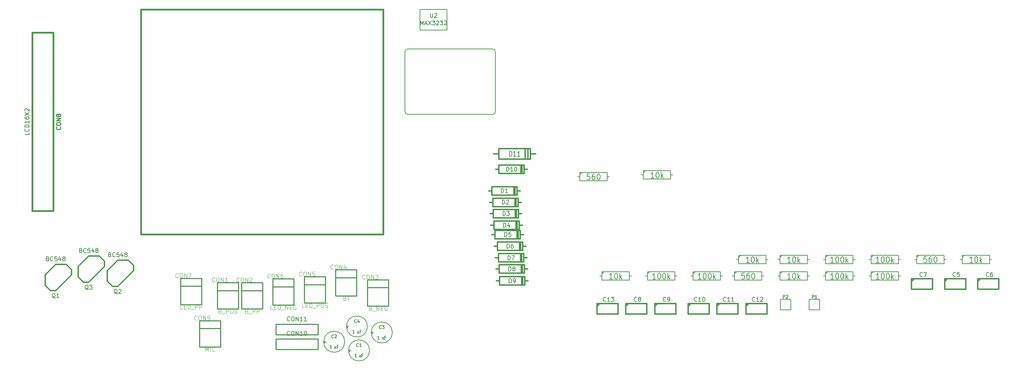
<source format=gto>
G04 (created by PCBNEW (2013-mar-13)-testing) date vie 30 may 2014 10:06:53 ART*
%MOIN*%
G04 Gerber Fmt 3.4, Leading zero omitted, Abs format*
%FSLAX34Y34*%
G01*
G70*
G90*
G04 APERTURE LIST*
%ADD10C,0.005906*%
%ADD11C,0.015000*%
%ADD12C,0.005000*%
%ADD13C,0.012000*%
%ADD14C,0.010000*%
%ADD15C,0.006000*%
%ADD16C,0.008000*%
%ADD17C,0.010800*%
%ADD18C,0.007500*%
%ADD19C,0.003500*%
G04 APERTURE END LIST*
G54D10*
G54D11*
X17003Y-33696D02*
X17003Y-38696D01*
X17003Y-38696D02*
X15003Y-38696D01*
X15003Y-38696D02*
X15003Y-33696D01*
X17003Y-21696D02*
X15003Y-21696D01*
X15003Y-21696D02*
X15003Y-33696D01*
X17003Y-33696D02*
X17003Y-21696D01*
X48346Y-40866D02*
X48346Y-39527D01*
X48346Y-39527D02*
X48346Y-36456D01*
X48346Y-36456D02*
X48346Y-32519D01*
X48346Y-32519D02*
X48346Y-19488D01*
X25314Y-40846D02*
X25314Y-19486D01*
X25322Y-40907D02*
X48346Y-40907D01*
X25322Y-19486D02*
X48346Y-19486D01*
G54D12*
X47064Y-51988D02*
G75*
G03X47064Y-51988I-1001J0D01*
G74*
G01*
X44702Y-51161D02*
G75*
G03X44702Y-51161I-1001J0D01*
G74*
G01*
X49229Y-50275D02*
G75*
G03X49229Y-50275I-1001J0D01*
G74*
G01*
X46867Y-49704D02*
G75*
G03X46867Y-49704I-1001J0D01*
G74*
G01*
G54D13*
X101775Y-45169D02*
X103755Y-45169D01*
X103755Y-45169D02*
X103755Y-46169D01*
X103755Y-46169D02*
X101755Y-46169D01*
X101755Y-46169D02*
X101755Y-45169D01*
X101755Y-45419D02*
X102005Y-45169D01*
X104925Y-45169D02*
X106905Y-45169D01*
X106905Y-45169D02*
X106905Y-46169D01*
X106905Y-46169D02*
X104905Y-46169D01*
X104905Y-46169D02*
X104905Y-45169D01*
X104905Y-45419D02*
X105155Y-45169D01*
X98626Y-45169D02*
X100606Y-45169D01*
X100606Y-45169D02*
X100606Y-46169D01*
X100606Y-46169D02*
X98606Y-46169D01*
X98606Y-46169D02*
X98606Y-45169D01*
X98606Y-45419D02*
X98856Y-45169D01*
X71460Y-47531D02*
X73440Y-47531D01*
X73440Y-47531D02*
X73440Y-48531D01*
X73440Y-48531D02*
X71440Y-48531D01*
X71440Y-48531D02*
X71440Y-47531D01*
X71440Y-47781D02*
X71690Y-47531D01*
X74216Y-47531D02*
X76196Y-47531D01*
X76196Y-47531D02*
X76196Y-48531D01*
X76196Y-48531D02*
X74196Y-48531D01*
X74196Y-48531D02*
X74196Y-47531D01*
X74196Y-47781D02*
X74446Y-47531D01*
X77366Y-47531D02*
X79346Y-47531D01*
X79346Y-47531D02*
X79346Y-48531D01*
X79346Y-48531D02*
X77346Y-48531D01*
X77346Y-48531D02*
X77346Y-47531D01*
X77346Y-47781D02*
X77596Y-47531D01*
X80122Y-47531D02*
X82102Y-47531D01*
X82102Y-47531D02*
X82102Y-48531D01*
X82102Y-48531D02*
X80102Y-48531D01*
X80102Y-48531D02*
X80102Y-47531D01*
X80102Y-47781D02*
X80352Y-47531D01*
X82878Y-47531D02*
X84858Y-47531D01*
X84858Y-47531D02*
X84858Y-48531D01*
X84858Y-48531D02*
X82858Y-48531D01*
X82858Y-48531D02*
X82858Y-47531D01*
X82858Y-47781D02*
X83108Y-47531D01*
X68705Y-47531D02*
X70685Y-47531D01*
X70685Y-47531D02*
X70685Y-48531D01*
X70685Y-48531D02*
X68685Y-48531D01*
X68685Y-48531D02*
X68685Y-47531D01*
X68685Y-47781D02*
X68935Y-47531D01*
G54D14*
X34582Y-46271D02*
X32582Y-46271D01*
X34582Y-48021D02*
X32582Y-48021D01*
X32582Y-45521D02*
X34582Y-45521D01*
X32582Y-45521D02*
X32582Y-48021D01*
X34582Y-45521D02*
X34582Y-48021D01*
X36905Y-46271D02*
X34905Y-46271D01*
X36905Y-48021D02*
X34905Y-48021D01*
X34905Y-45521D02*
X36905Y-45521D01*
X34905Y-45521D02*
X34905Y-48021D01*
X36905Y-45521D02*
X36905Y-48021D01*
X48874Y-45996D02*
X46874Y-45996D01*
X48874Y-47746D02*
X46874Y-47746D01*
X46874Y-45246D02*
X48874Y-45246D01*
X46874Y-45246D02*
X46874Y-47746D01*
X48874Y-45246D02*
X48874Y-47746D01*
X45842Y-45051D02*
X43842Y-45051D01*
X45842Y-46801D02*
X43842Y-46801D01*
X43842Y-44301D02*
X45842Y-44301D01*
X43842Y-44301D02*
X43842Y-46801D01*
X45842Y-44301D02*
X45842Y-46801D01*
X42870Y-45720D02*
X40870Y-45720D01*
X42870Y-47470D02*
X40870Y-47470D01*
X40870Y-44970D02*
X42870Y-44970D01*
X40870Y-44970D02*
X40870Y-47470D01*
X42870Y-44970D02*
X42870Y-47470D01*
X39858Y-45917D02*
X37858Y-45917D01*
X39858Y-47667D02*
X37858Y-47667D01*
X37858Y-45167D02*
X39858Y-45167D01*
X37858Y-45167D02*
X37858Y-47667D01*
X39858Y-45167D02*
X39858Y-47667D01*
X31098Y-45858D02*
X29098Y-45858D01*
X31098Y-47608D02*
X29098Y-47608D01*
X29098Y-45108D02*
X31098Y-45108D01*
X29098Y-45108D02*
X29098Y-47608D01*
X31098Y-45108D02*
X31098Y-47608D01*
X32889Y-49893D02*
X30889Y-49893D01*
X32889Y-51643D02*
X30889Y-51643D01*
X30889Y-49143D02*
X32889Y-49143D01*
X30889Y-49143D02*
X30889Y-51643D01*
X32889Y-49143D02*
X32889Y-51643D01*
X42157Y-51877D02*
X38157Y-51877D01*
X42157Y-50877D02*
X38157Y-50877D01*
X38157Y-50877D02*
X38157Y-51877D01*
X42157Y-51877D02*
X42157Y-50877D01*
X42157Y-50500D02*
X38157Y-50500D01*
X42157Y-49500D02*
X38157Y-49500D01*
X38157Y-49500D02*
X38157Y-50500D01*
X42157Y-50500D02*
X42157Y-49500D01*
G54D13*
X61381Y-36771D02*
X61081Y-36771D01*
X61081Y-36771D02*
X61081Y-36371D01*
X61081Y-36371D02*
X58681Y-36371D01*
X58681Y-36371D02*
X58681Y-36771D01*
X58681Y-36771D02*
X58381Y-36771D01*
X58681Y-36771D02*
X58681Y-37171D01*
X58681Y-37171D02*
X61081Y-37171D01*
X61081Y-37171D02*
X61081Y-36771D01*
X60881Y-36371D02*
X60881Y-37171D01*
X60781Y-37171D02*
X60781Y-36371D01*
X61480Y-37874D02*
X61180Y-37874D01*
X61180Y-37874D02*
X61180Y-37474D01*
X61180Y-37474D02*
X58780Y-37474D01*
X58780Y-37474D02*
X58780Y-37874D01*
X58780Y-37874D02*
X58480Y-37874D01*
X58780Y-37874D02*
X58780Y-38274D01*
X58780Y-38274D02*
X61180Y-38274D01*
X61180Y-38274D02*
X61180Y-37874D01*
X60980Y-37474D02*
X60980Y-38274D01*
X60880Y-38274D02*
X60880Y-37474D01*
X61539Y-38956D02*
X61239Y-38956D01*
X61239Y-38956D02*
X61239Y-38556D01*
X61239Y-38556D02*
X58839Y-38556D01*
X58839Y-38556D02*
X58839Y-38956D01*
X58839Y-38956D02*
X58539Y-38956D01*
X58839Y-38956D02*
X58839Y-39356D01*
X58839Y-39356D02*
X61239Y-39356D01*
X61239Y-39356D02*
X61239Y-38956D01*
X61039Y-38556D02*
X61039Y-39356D01*
X60939Y-39356D02*
X60939Y-38556D01*
X61598Y-40059D02*
X61298Y-40059D01*
X61298Y-40059D02*
X61298Y-39659D01*
X61298Y-39659D02*
X58898Y-39659D01*
X58898Y-39659D02*
X58898Y-40059D01*
X58898Y-40059D02*
X58598Y-40059D01*
X58898Y-40059D02*
X58898Y-40459D01*
X58898Y-40459D02*
X61298Y-40459D01*
X61298Y-40459D02*
X61298Y-40059D01*
X61098Y-39659D02*
X61098Y-40459D01*
X60998Y-40459D02*
X60998Y-39659D01*
X61696Y-40964D02*
X61396Y-40964D01*
X61396Y-40964D02*
X61396Y-40564D01*
X61396Y-40564D02*
X58996Y-40564D01*
X58996Y-40564D02*
X58996Y-40964D01*
X58996Y-40964D02*
X58696Y-40964D01*
X58996Y-40964D02*
X58996Y-41364D01*
X58996Y-41364D02*
X61396Y-41364D01*
X61396Y-41364D02*
X61396Y-40964D01*
X61196Y-40564D02*
X61196Y-41364D01*
X61096Y-41364D02*
X61096Y-40564D01*
X61933Y-42066D02*
X61633Y-42066D01*
X61633Y-42066D02*
X61633Y-41666D01*
X61633Y-41666D02*
X59233Y-41666D01*
X59233Y-41666D02*
X59233Y-42066D01*
X59233Y-42066D02*
X58933Y-42066D01*
X59233Y-42066D02*
X59233Y-42466D01*
X59233Y-42466D02*
X61633Y-42466D01*
X61633Y-42466D02*
X61633Y-42066D01*
X61433Y-41666D02*
X61433Y-42466D01*
X61333Y-42466D02*
X61333Y-41666D01*
X62011Y-43169D02*
X61711Y-43169D01*
X61711Y-43169D02*
X61711Y-42769D01*
X61711Y-42769D02*
X59311Y-42769D01*
X59311Y-42769D02*
X59311Y-43169D01*
X59311Y-43169D02*
X59011Y-43169D01*
X59311Y-43169D02*
X59311Y-43569D01*
X59311Y-43569D02*
X61711Y-43569D01*
X61711Y-43569D02*
X61711Y-43169D01*
X61511Y-42769D02*
X61511Y-43569D01*
X61411Y-43569D02*
X61411Y-42769D01*
X62090Y-44232D02*
X61790Y-44232D01*
X61790Y-44232D02*
X61790Y-43832D01*
X61790Y-43832D02*
X59390Y-43832D01*
X59390Y-43832D02*
X59390Y-44232D01*
X59390Y-44232D02*
X59090Y-44232D01*
X59390Y-44232D02*
X59390Y-44632D01*
X59390Y-44632D02*
X61790Y-44632D01*
X61790Y-44632D02*
X61790Y-44232D01*
X61590Y-43832D02*
X61590Y-44632D01*
X61490Y-44632D02*
X61490Y-43832D01*
X62129Y-45354D02*
X61829Y-45354D01*
X61829Y-45354D02*
X61829Y-44954D01*
X61829Y-44954D02*
X59429Y-44954D01*
X59429Y-44954D02*
X59429Y-45354D01*
X59429Y-45354D02*
X59129Y-45354D01*
X59429Y-45354D02*
X59429Y-45754D01*
X59429Y-45754D02*
X61829Y-45754D01*
X61829Y-45754D02*
X61829Y-45354D01*
X61629Y-44954D02*
X61629Y-45754D01*
X61529Y-45754D02*
X61529Y-44954D01*
X62070Y-34724D02*
X61770Y-34724D01*
X61770Y-34724D02*
X61770Y-34324D01*
X61770Y-34324D02*
X59370Y-34324D01*
X59370Y-34324D02*
X59370Y-34724D01*
X59370Y-34724D02*
X59070Y-34724D01*
X59370Y-34724D02*
X59370Y-35124D01*
X59370Y-35124D02*
X61770Y-35124D01*
X61770Y-35124D02*
X61770Y-34724D01*
X61570Y-34324D02*
X61570Y-35124D01*
X61470Y-35124D02*
X61470Y-34324D01*
X59366Y-32767D02*
X62366Y-32767D01*
X62366Y-32767D02*
X62366Y-33767D01*
X62366Y-33767D02*
X59366Y-33767D01*
X59366Y-33767D02*
X59366Y-32767D01*
X62116Y-32767D02*
X62116Y-33767D01*
X61866Y-33767D02*
X61866Y-32767D01*
X59366Y-33267D02*
X58866Y-33267D01*
X62366Y-33267D02*
X62866Y-33267D01*
G54D15*
X89870Y-48137D02*
X88870Y-48137D01*
X88870Y-47137D02*
X89870Y-47137D01*
X88870Y-48137D02*
X88870Y-47137D01*
X89870Y-47137D02*
X89870Y-48137D01*
X87114Y-48137D02*
X86114Y-48137D01*
X86114Y-47137D02*
X87114Y-47137D01*
X86114Y-48137D02*
X86114Y-47137D01*
X87114Y-47137D02*
X87114Y-48137D01*
G54D13*
X17216Y-46275D02*
X18716Y-44775D01*
X18716Y-44775D02*
X18716Y-44275D01*
X18716Y-44275D02*
X18216Y-43775D01*
X18216Y-43775D02*
X17216Y-43775D01*
X17216Y-43775D02*
X16216Y-44775D01*
X16216Y-44775D02*
X16216Y-45775D01*
X16216Y-45775D02*
X16716Y-46275D01*
X16716Y-46275D02*
X17216Y-46275D01*
X23122Y-45881D02*
X24622Y-44381D01*
X24622Y-44381D02*
X24622Y-43881D01*
X24622Y-43881D02*
X24122Y-43381D01*
X24122Y-43381D02*
X23122Y-43381D01*
X23122Y-43381D02*
X22122Y-44381D01*
X22122Y-44381D02*
X22122Y-45381D01*
X22122Y-45381D02*
X22622Y-45881D01*
X22622Y-45881D02*
X23122Y-45881D01*
X20366Y-45488D02*
X21866Y-43988D01*
X21866Y-43988D02*
X21866Y-43488D01*
X21866Y-43488D02*
X21366Y-42988D01*
X21366Y-42988D02*
X20366Y-42988D01*
X20366Y-42988D02*
X19366Y-43988D01*
X19366Y-43988D02*
X19366Y-44988D01*
X19366Y-44988D02*
X19866Y-45488D01*
X19866Y-45488D02*
X20366Y-45488D01*
G54D16*
X66866Y-35413D02*
X67066Y-35413D01*
X69866Y-35413D02*
X69666Y-35413D01*
X69666Y-35413D02*
X69666Y-35013D01*
X69666Y-35013D02*
X67066Y-35013D01*
X67066Y-35013D02*
X67066Y-35813D01*
X67066Y-35813D02*
X69666Y-35813D01*
X69666Y-35813D02*
X69666Y-35413D01*
X67066Y-35213D02*
X67266Y-35013D01*
X81964Y-43307D02*
X82164Y-43307D01*
X84964Y-43307D02*
X84764Y-43307D01*
X84764Y-43307D02*
X84764Y-42907D01*
X84764Y-42907D02*
X82164Y-42907D01*
X82164Y-42907D02*
X82164Y-43707D01*
X82164Y-43707D02*
X84764Y-43707D01*
X84764Y-43707D02*
X84764Y-43307D01*
X82164Y-43107D02*
X82364Y-42907D01*
X85901Y-43307D02*
X86101Y-43307D01*
X88901Y-43307D02*
X88701Y-43307D01*
X88701Y-43307D02*
X88701Y-42907D01*
X88701Y-42907D02*
X86101Y-42907D01*
X86101Y-42907D02*
X86101Y-43707D01*
X86101Y-43707D02*
X88701Y-43707D01*
X88701Y-43707D02*
X88701Y-43307D01*
X86101Y-43107D02*
X86301Y-42907D01*
X90232Y-43307D02*
X90432Y-43307D01*
X93232Y-43307D02*
X93032Y-43307D01*
X93032Y-43307D02*
X93032Y-42907D01*
X93032Y-42907D02*
X90432Y-42907D01*
X90432Y-42907D02*
X90432Y-43707D01*
X90432Y-43707D02*
X93032Y-43707D01*
X93032Y-43707D02*
X93032Y-43307D01*
X90432Y-43107D02*
X90632Y-42907D01*
X94562Y-43307D02*
X94762Y-43307D01*
X97562Y-43307D02*
X97362Y-43307D01*
X97362Y-43307D02*
X97362Y-42907D01*
X97362Y-42907D02*
X94762Y-42907D01*
X94762Y-42907D02*
X94762Y-43707D01*
X94762Y-43707D02*
X97362Y-43707D01*
X97362Y-43707D02*
X97362Y-43307D01*
X94762Y-43107D02*
X94962Y-42907D01*
X98893Y-43307D02*
X99093Y-43307D01*
X101893Y-43307D02*
X101693Y-43307D01*
X101693Y-43307D02*
X101693Y-42907D01*
X101693Y-42907D02*
X99093Y-42907D01*
X99093Y-42907D02*
X99093Y-43707D01*
X99093Y-43707D02*
X101693Y-43707D01*
X101693Y-43707D02*
X101693Y-43307D01*
X99093Y-43107D02*
X99293Y-42907D01*
X103224Y-43307D02*
X103424Y-43307D01*
X106224Y-43307D02*
X106024Y-43307D01*
X106024Y-43307D02*
X106024Y-42907D01*
X106024Y-42907D02*
X103424Y-42907D01*
X103424Y-42907D02*
X103424Y-43707D01*
X103424Y-43707D02*
X106024Y-43707D01*
X106024Y-43707D02*
X106024Y-43307D01*
X103424Y-43107D02*
X103624Y-42907D01*
X68972Y-44881D02*
X69172Y-44881D01*
X71972Y-44881D02*
X71772Y-44881D01*
X71772Y-44881D02*
X71772Y-44481D01*
X71772Y-44481D02*
X69172Y-44481D01*
X69172Y-44481D02*
X69172Y-45281D01*
X69172Y-45281D02*
X71772Y-45281D01*
X71772Y-45281D02*
X71772Y-44881D01*
X69172Y-44681D02*
X69372Y-44481D01*
X73303Y-44881D02*
X73503Y-44881D01*
X76303Y-44881D02*
X76103Y-44881D01*
X76103Y-44881D02*
X76103Y-44481D01*
X76103Y-44481D02*
X73503Y-44481D01*
X73503Y-44481D02*
X73503Y-45281D01*
X73503Y-45281D02*
X76103Y-45281D01*
X76103Y-45281D02*
X76103Y-44881D01*
X73503Y-44681D02*
X73703Y-44481D01*
X77633Y-44881D02*
X77833Y-44881D01*
X80633Y-44881D02*
X80433Y-44881D01*
X80433Y-44881D02*
X80433Y-44481D01*
X80433Y-44481D02*
X77833Y-44481D01*
X77833Y-44481D02*
X77833Y-45281D01*
X77833Y-45281D02*
X80433Y-45281D01*
X80433Y-45281D02*
X80433Y-44881D01*
X77833Y-44681D02*
X78033Y-44481D01*
X81570Y-44881D02*
X81770Y-44881D01*
X84570Y-44881D02*
X84370Y-44881D01*
X84370Y-44881D02*
X84370Y-44481D01*
X84370Y-44481D02*
X81770Y-44481D01*
X81770Y-44481D02*
X81770Y-45281D01*
X81770Y-45281D02*
X84370Y-45281D01*
X84370Y-45281D02*
X84370Y-44881D01*
X81770Y-44681D02*
X81970Y-44481D01*
X85901Y-44881D02*
X86101Y-44881D01*
X88901Y-44881D02*
X88701Y-44881D01*
X88701Y-44881D02*
X88701Y-44481D01*
X88701Y-44481D02*
X86101Y-44481D01*
X86101Y-44481D02*
X86101Y-45281D01*
X86101Y-45281D02*
X88701Y-45281D01*
X88701Y-45281D02*
X88701Y-44881D01*
X86101Y-44681D02*
X86301Y-44481D01*
X90232Y-44881D02*
X90432Y-44881D01*
X93232Y-44881D02*
X93032Y-44881D01*
X93032Y-44881D02*
X93032Y-44481D01*
X93032Y-44481D02*
X90432Y-44481D01*
X90432Y-44481D02*
X90432Y-45281D01*
X90432Y-45281D02*
X93032Y-45281D01*
X93032Y-45281D02*
X93032Y-44881D01*
X90432Y-44681D02*
X90632Y-44481D01*
X72909Y-35255D02*
X73109Y-35255D01*
X75909Y-35255D02*
X75709Y-35255D01*
X75709Y-35255D02*
X75709Y-34855D01*
X75709Y-34855D02*
X73109Y-34855D01*
X73109Y-34855D02*
X73109Y-35655D01*
X73109Y-35655D02*
X75709Y-35655D01*
X75709Y-35655D02*
X75709Y-35255D01*
X73109Y-35055D02*
X73309Y-34855D01*
X94562Y-44881D02*
X94762Y-44881D01*
X97562Y-44881D02*
X97362Y-44881D01*
X97362Y-44881D02*
X97362Y-44481D01*
X97362Y-44481D02*
X94762Y-44481D01*
X94762Y-44481D02*
X94762Y-45281D01*
X94762Y-45281D02*
X97362Y-45281D01*
X97362Y-45281D02*
X97362Y-44881D01*
X94762Y-44681D02*
X94962Y-44481D01*
X50673Y-23267D02*
X58775Y-23267D01*
X59015Y-23507D02*
X59015Y-29247D01*
X58775Y-29487D02*
X50673Y-29487D01*
X50433Y-29247D02*
X50433Y-23507D01*
X50673Y-23267D02*
G75*
G03X50433Y-23507I0J-240D01*
G74*
G01*
X59015Y-23507D02*
G75*
G03X58775Y-23267I-240J0D01*
G74*
G01*
X58775Y-29487D02*
G75*
G03X59015Y-29247I0J240D01*
G74*
G01*
X50433Y-29247D02*
G75*
G03X50673Y-29487I240J0D01*
G74*
G01*
G54D10*
X53149Y-21456D02*
X54429Y-21456D01*
X54429Y-21456D02*
X54429Y-19488D01*
X54429Y-19488D02*
X51870Y-19488D01*
X51870Y-19488D02*
X51870Y-21456D01*
X51870Y-21456D02*
X53149Y-21456D01*
G54D14*
X17646Y-30682D02*
X17665Y-30701D01*
X17684Y-30758D01*
X17684Y-30796D01*
X17665Y-30853D01*
X17627Y-30892D01*
X17589Y-30911D01*
X17513Y-30930D01*
X17456Y-30930D01*
X17380Y-30911D01*
X17342Y-30892D01*
X17303Y-30853D01*
X17284Y-30796D01*
X17284Y-30758D01*
X17303Y-30701D01*
X17322Y-30682D01*
X17284Y-30434D02*
X17284Y-30358D01*
X17303Y-30320D01*
X17342Y-30282D01*
X17418Y-30263D01*
X17551Y-30263D01*
X17627Y-30282D01*
X17665Y-30320D01*
X17684Y-30358D01*
X17684Y-30434D01*
X17665Y-30473D01*
X17627Y-30511D01*
X17551Y-30530D01*
X17418Y-30530D01*
X17342Y-30511D01*
X17303Y-30473D01*
X17284Y-30434D01*
X17684Y-30092D02*
X17284Y-30092D01*
X17684Y-29863D01*
X17284Y-29863D01*
X17456Y-29615D02*
X17437Y-29653D01*
X17418Y-29673D01*
X17380Y-29692D01*
X17361Y-29692D01*
X17322Y-29673D01*
X17303Y-29653D01*
X17284Y-29615D01*
X17284Y-29539D01*
X17303Y-29501D01*
X17322Y-29482D01*
X17361Y-29463D01*
X17380Y-29463D01*
X17418Y-29482D01*
X17437Y-29501D01*
X17456Y-29539D01*
X17456Y-29615D01*
X17475Y-29653D01*
X17494Y-29673D01*
X17532Y-29692D01*
X17608Y-29692D01*
X17646Y-29673D01*
X17665Y-29653D01*
X17684Y-29615D01*
X17684Y-29539D01*
X17665Y-29501D01*
X17646Y-29482D01*
X17608Y-29463D01*
X17532Y-29463D01*
X17494Y-29482D01*
X17475Y-29501D01*
X17456Y-29539D01*
G54D17*
G54D16*
X14684Y-31234D02*
X14684Y-31425D01*
X14284Y-31425D01*
X14646Y-30873D02*
X14665Y-30892D01*
X14684Y-30949D01*
X14684Y-30987D01*
X14665Y-31044D01*
X14627Y-31082D01*
X14589Y-31101D01*
X14513Y-31120D01*
X14456Y-31120D01*
X14380Y-31101D01*
X14342Y-31082D01*
X14303Y-31044D01*
X14284Y-30987D01*
X14284Y-30949D01*
X14303Y-30892D01*
X14322Y-30873D01*
X14684Y-30701D02*
X14284Y-30701D01*
X14284Y-30606D01*
X14303Y-30549D01*
X14342Y-30511D01*
X14380Y-30492D01*
X14456Y-30473D01*
X14513Y-30473D01*
X14589Y-30492D01*
X14627Y-30511D01*
X14665Y-30549D01*
X14684Y-30606D01*
X14684Y-30701D01*
X14684Y-30092D02*
X14684Y-30320D01*
X14684Y-30206D02*
X14284Y-30206D01*
X14342Y-30244D01*
X14380Y-30282D01*
X14399Y-30320D01*
X14284Y-29749D02*
X14284Y-29825D01*
X14303Y-29863D01*
X14322Y-29882D01*
X14380Y-29920D01*
X14456Y-29939D01*
X14608Y-29939D01*
X14646Y-29920D01*
X14665Y-29901D01*
X14684Y-29863D01*
X14684Y-29787D01*
X14665Y-29749D01*
X14646Y-29730D01*
X14608Y-29711D01*
X14513Y-29711D01*
X14475Y-29730D01*
X14456Y-29749D01*
X14437Y-29787D01*
X14437Y-29863D01*
X14456Y-29901D01*
X14475Y-29920D01*
X14513Y-29939D01*
X14284Y-29577D02*
X14684Y-29311D01*
X14284Y-29311D02*
X14684Y-29577D01*
X14322Y-29177D02*
X14303Y-29158D01*
X14284Y-29120D01*
X14284Y-29025D01*
X14303Y-28987D01*
X14322Y-28968D01*
X14361Y-28949D01*
X14399Y-28949D01*
X14456Y-28968D01*
X14684Y-29196D01*
X14684Y-28949D01*
G54D12*
X46012Y-51596D02*
X45998Y-51610D01*
X45955Y-51624D01*
X45927Y-51624D01*
X45884Y-51610D01*
X45855Y-51582D01*
X45841Y-51553D01*
X45827Y-51496D01*
X45827Y-51453D01*
X45841Y-51396D01*
X45855Y-51367D01*
X45884Y-51339D01*
X45927Y-51324D01*
X45955Y-51324D01*
X45998Y-51339D01*
X46012Y-51353D01*
X46298Y-51624D02*
X46127Y-51624D01*
X46212Y-51624D02*
X46212Y-51324D01*
X46184Y-51367D01*
X46155Y-51396D01*
X46127Y-51410D01*
X45818Y-52623D02*
X45676Y-52623D01*
X45747Y-52623D02*
X45747Y-52323D01*
X45723Y-52366D01*
X45699Y-52395D01*
X45676Y-52409D01*
X46223Y-52423D02*
X46223Y-52623D01*
X46116Y-52423D02*
X46116Y-52581D01*
X46128Y-52609D01*
X46152Y-52623D01*
X46187Y-52623D01*
X46211Y-52609D01*
X46223Y-52595D01*
X46426Y-52466D02*
X46342Y-52466D01*
X46342Y-52623D02*
X46342Y-52323D01*
X46461Y-52323D01*
G54D18*
X45048Y-52009D02*
X45277Y-52009D01*
X45162Y-52123D02*
X45162Y-51895D01*
G54D16*
G54D12*
X43650Y-50769D02*
X43636Y-50783D01*
X43593Y-50798D01*
X43565Y-50798D01*
X43522Y-50783D01*
X43493Y-50755D01*
X43479Y-50726D01*
X43465Y-50669D01*
X43465Y-50626D01*
X43479Y-50569D01*
X43493Y-50540D01*
X43522Y-50512D01*
X43565Y-50498D01*
X43593Y-50498D01*
X43636Y-50512D01*
X43650Y-50526D01*
X43765Y-50526D02*
X43779Y-50512D01*
X43807Y-50498D01*
X43879Y-50498D01*
X43907Y-50512D01*
X43922Y-50526D01*
X43936Y-50555D01*
X43936Y-50583D01*
X43922Y-50626D01*
X43750Y-50798D01*
X43936Y-50798D01*
X43456Y-51797D02*
X43313Y-51797D01*
X43385Y-51797D02*
X43385Y-51497D01*
X43361Y-51539D01*
X43337Y-51568D01*
X43313Y-51582D01*
X43861Y-51597D02*
X43861Y-51797D01*
X43754Y-51597D02*
X43754Y-51754D01*
X43766Y-51782D01*
X43790Y-51797D01*
X43825Y-51797D01*
X43849Y-51782D01*
X43861Y-51768D01*
X44063Y-51639D02*
X43980Y-51639D01*
X43980Y-51797D02*
X43980Y-51497D01*
X44099Y-51497D01*
G54D18*
X42686Y-51182D02*
X42915Y-51182D01*
X42800Y-51297D02*
X42800Y-51068D01*
G54D16*
G54D12*
X48178Y-49883D02*
X48164Y-49898D01*
X48121Y-49912D01*
X48092Y-49912D01*
X48049Y-49898D01*
X48021Y-49869D01*
X48006Y-49840D01*
X47992Y-49783D01*
X47992Y-49740D01*
X48006Y-49683D01*
X48021Y-49655D01*
X48049Y-49626D01*
X48092Y-49612D01*
X48121Y-49612D01*
X48164Y-49626D01*
X48178Y-49640D01*
X48278Y-49612D02*
X48464Y-49612D01*
X48364Y-49726D01*
X48406Y-49726D01*
X48435Y-49740D01*
X48449Y-49755D01*
X48464Y-49783D01*
X48464Y-49855D01*
X48449Y-49883D01*
X48435Y-49898D01*
X48406Y-49912D01*
X48321Y-49912D01*
X48292Y-49898D01*
X48278Y-49883D01*
X47984Y-50911D02*
X47841Y-50911D01*
X47912Y-50911D02*
X47912Y-50611D01*
X47889Y-50654D01*
X47865Y-50682D01*
X47841Y-50697D01*
X48389Y-50711D02*
X48389Y-50911D01*
X48281Y-50711D02*
X48281Y-50868D01*
X48293Y-50897D01*
X48317Y-50911D01*
X48353Y-50911D01*
X48377Y-50897D01*
X48389Y-50882D01*
X48591Y-50754D02*
X48508Y-50754D01*
X48508Y-50911D02*
X48508Y-50611D01*
X48627Y-50611D01*
G54D18*
X47214Y-50297D02*
X47442Y-50297D01*
X47328Y-50411D02*
X47328Y-50182D01*
G54D16*
G54D12*
X45816Y-49312D02*
X45801Y-49327D01*
X45758Y-49341D01*
X45730Y-49341D01*
X45687Y-49327D01*
X45658Y-49298D01*
X45644Y-49270D01*
X45630Y-49212D01*
X45630Y-49170D01*
X45644Y-49112D01*
X45658Y-49084D01*
X45687Y-49055D01*
X45730Y-49041D01*
X45758Y-49041D01*
X45801Y-49055D01*
X45816Y-49070D01*
X46073Y-49141D02*
X46073Y-49341D01*
X46001Y-49027D02*
X45930Y-49241D01*
X46116Y-49241D01*
X45622Y-50340D02*
X45479Y-50340D01*
X45550Y-50340D02*
X45550Y-50040D01*
X45526Y-50083D01*
X45503Y-50111D01*
X45479Y-50126D01*
X46026Y-50140D02*
X46026Y-50340D01*
X45919Y-50140D02*
X45919Y-50297D01*
X45931Y-50326D01*
X45955Y-50340D01*
X45991Y-50340D01*
X46014Y-50326D01*
X46026Y-50311D01*
X46229Y-50183D02*
X46145Y-50183D01*
X46145Y-50340D02*
X46145Y-50040D01*
X46264Y-50040D01*
G54D18*
X44851Y-49726D02*
X45080Y-49726D01*
X44966Y-49840D02*
X44966Y-49611D01*
G54D16*
X102789Y-44912D02*
X102770Y-44931D01*
X102713Y-44950D01*
X102674Y-44950D01*
X102617Y-44931D01*
X102579Y-44893D01*
X102560Y-44855D01*
X102541Y-44778D01*
X102541Y-44721D01*
X102560Y-44645D01*
X102579Y-44607D01*
X102617Y-44569D01*
X102674Y-44550D01*
X102713Y-44550D01*
X102770Y-44569D01*
X102789Y-44588D01*
X103151Y-44550D02*
X102960Y-44550D01*
X102941Y-44740D01*
X102960Y-44721D01*
X102998Y-44702D01*
X103094Y-44702D01*
X103132Y-44721D01*
X103151Y-44740D01*
X103170Y-44778D01*
X103170Y-44874D01*
X103151Y-44912D01*
X103132Y-44931D01*
X103094Y-44950D01*
X102998Y-44950D01*
X102960Y-44931D01*
X102941Y-44912D01*
X105938Y-44912D02*
X105919Y-44931D01*
X105862Y-44950D01*
X105824Y-44950D01*
X105767Y-44931D01*
X105729Y-44893D01*
X105710Y-44855D01*
X105691Y-44778D01*
X105691Y-44721D01*
X105710Y-44645D01*
X105729Y-44607D01*
X105767Y-44569D01*
X105824Y-44550D01*
X105862Y-44550D01*
X105919Y-44569D01*
X105938Y-44588D01*
X106281Y-44550D02*
X106205Y-44550D01*
X106167Y-44569D01*
X106148Y-44588D01*
X106110Y-44645D01*
X106091Y-44721D01*
X106091Y-44874D01*
X106110Y-44912D01*
X106129Y-44931D01*
X106167Y-44950D01*
X106243Y-44950D01*
X106281Y-44931D01*
X106300Y-44912D01*
X106319Y-44874D01*
X106319Y-44778D01*
X106300Y-44740D01*
X106281Y-44721D01*
X106243Y-44702D01*
X106167Y-44702D01*
X106129Y-44721D01*
X106110Y-44740D01*
X106091Y-44778D01*
X99639Y-44912D02*
X99620Y-44931D01*
X99563Y-44950D01*
X99525Y-44950D01*
X99468Y-44931D01*
X99430Y-44893D01*
X99411Y-44855D01*
X99392Y-44778D01*
X99392Y-44721D01*
X99411Y-44645D01*
X99430Y-44607D01*
X99468Y-44569D01*
X99525Y-44550D01*
X99563Y-44550D01*
X99620Y-44569D01*
X99639Y-44588D01*
X99772Y-44550D02*
X100039Y-44550D01*
X99868Y-44950D01*
X72474Y-47274D02*
X72455Y-47293D01*
X72398Y-47312D01*
X72359Y-47312D01*
X72302Y-47293D01*
X72264Y-47255D01*
X72245Y-47217D01*
X72226Y-47141D01*
X72226Y-47083D01*
X72245Y-47007D01*
X72264Y-46969D01*
X72302Y-46931D01*
X72359Y-46912D01*
X72398Y-46912D01*
X72455Y-46931D01*
X72474Y-46950D01*
X72702Y-47083D02*
X72664Y-47064D01*
X72645Y-47045D01*
X72626Y-47007D01*
X72626Y-46988D01*
X72645Y-46950D01*
X72664Y-46931D01*
X72702Y-46912D01*
X72779Y-46912D01*
X72817Y-46931D01*
X72836Y-46950D01*
X72855Y-46988D01*
X72855Y-47007D01*
X72836Y-47045D01*
X72817Y-47064D01*
X72779Y-47083D01*
X72702Y-47083D01*
X72664Y-47102D01*
X72645Y-47121D01*
X72626Y-47160D01*
X72626Y-47236D01*
X72645Y-47274D01*
X72664Y-47293D01*
X72702Y-47312D01*
X72779Y-47312D01*
X72817Y-47293D01*
X72836Y-47274D01*
X72855Y-47236D01*
X72855Y-47160D01*
X72836Y-47121D01*
X72817Y-47102D01*
X72779Y-47083D01*
X75230Y-47274D02*
X75211Y-47293D01*
X75153Y-47312D01*
X75115Y-47312D01*
X75058Y-47293D01*
X75020Y-47255D01*
X75001Y-47217D01*
X74982Y-47141D01*
X74982Y-47083D01*
X75001Y-47007D01*
X75020Y-46969D01*
X75058Y-46931D01*
X75115Y-46912D01*
X75153Y-46912D01*
X75211Y-46931D01*
X75230Y-46950D01*
X75420Y-47312D02*
X75496Y-47312D01*
X75534Y-47293D01*
X75553Y-47274D01*
X75592Y-47217D01*
X75611Y-47141D01*
X75611Y-46988D01*
X75592Y-46950D01*
X75573Y-46931D01*
X75534Y-46912D01*
X75458Y-46912D01*
X75420Y-46931D01*
X75401Y-46950D01*
X75382Y-46988D01*
X75382Y-47083D01*
X75401Y-47121D01*
X75420Y-47141D01*
X75458Y-47160D01*
X75534Y-47160D01*
X75573Y-47141D01*
X75592Y-47121D01*
X75611Y-47083D01*
X78189Y-47274D02*
X78170Y-47293D01*
X78113Y-47312D01*
X78075Y-47312D01*
X78017Y-47293D01*
X77979Y-47255D01*
X77960Y-47217D01*
X77941Y-47141D01*
X77941Y-47083D01*
X77960Y-47007D01*
X77979Y-46969D01*
X78017Y-46931D01*
X78075Y-46912D01*
X78113Y-46912D01*
X78170Y-46931D01*
X78189Y-46950D01*
X78570Y-47312D02*
X78341Y-47312D01*
X78455Y-47312D02*
X78455Y-46912D01*
X78417Y-46969D01*
X78379Y-47007D01*
X78341Y-47026D01*
X78817Y-46912D02*
X78855Y-46912D01*
X78894Y-46931D01*
X78913Y-46950D01*
X78932Y-46988D01*
X78951Y-47064D01*
X78951Y-47160D01*
X78932Y-47236D01*
X78913Y-47274D01*
X78894Y-47293D01*
X78855Y-47312D01*
X78817Y-47312D01*
X78779Y-47293D01*
X78760Y-47274D01*
X78741Y-47236D01*
X78722Y-47160D01*
X78722Y-47064D01*
X78741Y-46988D01*
X78760Y-46950D01*
X78779Y-46931D01*
X78817Y-46912D01*
X80945Y-47274D02*
X80926Y-47293D01*
X80869Y-47312D01*
X80830Y-47312D01*
X80773Y-47293D01*
X80735Y-47255D01*
X80716Y-47217D01*
X80697Y-47141D01*
X80697Y-47083D01*
X80716Y-47007D01*
X80735Y-46969D01*
X80773Y-46931D01*
X80830Y-46912D01*
X80869Y-46912D01*
X80926Y-46931D01*
X80945Y-46950D01*
X81326Y-47312D02*
X81097Y-47312D01*
X81211Y-47312D02*
X81211Y-46912D01*
X81173Y-46969D01*
X81135Y-47007D01*
X81097Y-47026D01*
X81707Y-47312D02*
X81478Y-47312D01*
X81592Y-47312D02*
X81592Y-46912D01*
X81554Y-46969D01*
X81516Y-47007D01*
X81478Y-47026D01*
X83701Y-47274D02*
X83682Y-47293D01*
X83624Y-47312D01*
X83586Y-47312D01*
X83529Y-47293D01*
X83491Y-47255D01*
X83472Y-47217D01*
X83453Y-47141D01*
X83453Y-47083D01*
X83472Y-47007D01*
X83491Y-46969D01*
X83529Y-46931D01*
X83586Y-46912D01*
X83624Y-46912D01*
X83682Y-46931D01*
X83701Y-46950D01*
X84082Y-47312D02*
X83853Y-47312D01*
X83967Y-47312D02*
X83967Y-46912D01*
X83929Y-46969D01*
X83891Y-47007D01*
X83853Y-47026D01*
X84234Y-46950D02*
X84253Y-46931D01*
X84291Y-46912D01*
X84386Y-46912D01*
X84424Y-46931D01*
X84443Y-46950D01*
X84463Y-46988D01*
X84463Y-47026D01*
X84443Y-47083D01*
X84215Y-47312D01*
X84463Y-47312D01*
X69527Y-47274D02*
X69508Y-47293D01*
X69451Y-47312D01*
X69413Y-47312D01*
X69356Y-47293D01*
X69318Y-47255D01*
X69299Y-47217D01*
X69280Y-47141D01*
X69280Y-47083D01*
X69299Y-47007D01*
X69318Y-46969D01*
X69356Y-46931D01*
X69413Y-46912D01*
X69451Y-46912D01*
X69508Y-46931D01*
X69527Y-46950D01*
X69908Y-47312D02*
X69680Y-47312D01*
X69794Y-47312D02*
X69794Y-46912D01*
X69756Y-46969D01*
X69718Y-47007D01*
X69680Y-47026D01*
X70042Y-46912D02*
X70289Y-46912D01*
X70156Y-47064D01*
X70213Y-47064D01*
X70251Y-47083D01*
X70270Y-47102D01*
X70289Y-47141D01*
X70289Y-47236D01*
X70270Y-47274D01*
X70251Y-47293D01*
X70213Y-47312D01*
X70099Y-47312D01*
X70061Y-47293D01*
X70042Y-47274D01*
G54D19*
X32346Y-45414D02*
X32327Y-45433D01*
X32270Y-45452D01*
X32232Y-45452D01*
X32175Y-45433D01*
X32137Y-45395D01*
X32118Y-45357D01*
X32099Y-45281D01*
X32099Y-45224D01*
X32118Y-45147D01*
X32137Y-45109D01*
X32175Y-45071D01*
X32232Y-45052D01*
X32270Y-45052D01*
X32327Y-45071D01*
X32346Y-45090D01*
X32594Y-45052D02*
X32670Y-45052D01*
X32708Y-45071D01*
X32746Y-45109D01*
X32766Y-45185D01*
X32766Y-45319D01*
X32746Y-45395D01*
X32708Y-45433D01*
X32670Y-45452D01*
X32594Y-45452D01*
X32556Y-45433D01*
X32518Y-45395D01*
X32499Y-45319D01*
X32499Y-45185D01*
X32518Y-45109D01*
X32556Y-45071D01*
X32594Y-45052D01*
X32937Y-45452D02*
X32937Y-45052D01*
X33166Y-45452D01*
X33166Y-45052D01*
X33566Y-45452D02*
X33337Y-45452D01*
X33451Y-45452D02*
X33451Y-45052D01*
X33413Y-45109D01*
X33375Y-45147D01*
X33337Y-45166D01*
X32858Y-48243D02*
X32916Y-48262D01*
X32935Y-48281D01*
X32954Y-48319D01*
X32954Y-48376D01*
X32935Y-48414D01*
X32916Y-48433D01*
X32877Y-48452D01*
X32725Y-48452D01*
X32725Y-48052D01*
X32858Y-48052D01*
X32896Y-48071D01*
X32916Y-48090D01*
X32935Y-48128D01*
X32935Y-48166D01*
X32916Y-48204D01*
X32896Y-48224D01*
X32858Y-48243D01*
X32725Y-48243D01*
X33030Y-48490D02*
X33335Y-48490D01*
X33430Y-48452D02*
X33430Y-48052D01*
X33582Y-48052D01*
X33620Y-48071D01*
X33639Y-48090D01*
X33658Y-48128D01*
X33658Y-48185D01*
X33639Y-48224D01*
X33620Y-48243D01*
X33582Y-48262D01*
X33430Y-48262D01*
X33906Y-48052D02*
X33982Y-48052D01*
X34020Y-48071D01*
X34058Y-48109D01*
X34077Y-48185D01*
X34077Y-48319D01*
X34058Y-48395D01*
X34020Y-48433D01*
X33982Y-48452D01*
X33906Y-48452D01*
X33868Y-48433D01*
X33830Y-48395D01*
X33811Y-48319D01*
X33811Y-48185D01*
X33830Y-48109D01*
X33868Y-48071D01*
X33906Y-48052D01*
X34230Y-48433D02*
X34287Y-48452D01*
X34382Y-48452D01*
X34420Y-48433D01*
X34439Y-48414D01*
X34458Y-48376D01*
X34458Y-48338D01*
X34439Y-48300D01*
X34420Y-48281D01*
X34382Y-48262D01*
X34306Y-48243D01*
X34268Y-48224D01*
X34249Y-48204D01*
X34230Y-48166D01*
X34230Y-48128D01*
X34249Y-48090D01*
X34268Y-48071D01*
X34306Y-48052D01*
X34401Y-48052D01*
X34458Y-48071D01*
X34669Y-45414D02*
X34650Y-45433D01*
X34593Y-45452D01*
X34555Y-45452D01*
X34498Y-45433D01*
X34460Y-45395D01*
X34441Y-45357D01*
X34422Y-45281D01*
X34422Y-45224D01*
X34441Y-45147D01*
X34460Y-45109D01*
X34498Y-45071D01*
X34555Y-45052D01*
X34593Y-45052D01*
X34650Y-45071D01*
X34669Y-45090D01*
X34917Y-45052D02*
X34993Y-45052D01*
X35031Y-45071D01*
X35069Y-45109D01*
X35088Y-45185D01*
X35088Y-45319D01*
X35069Y-45395D01*
X35031Y-45433D01*
X34993Y-45452D01*
X34917Y-45452D01*
X34879Y-45433D01*
X34841Y-45395D01*
X34822Y-45319D01*
X34822Y-45185D01*
X34841Y-45109D01*
X34879Y-45071D01*
X34917Y-45052D01*
X35260Y-45452D02*
X35260Y-45052D01*
X35488Y-45452D01*
X35488Y-45052D01*
X35660Y-45090D02*
X35679Y-45071D01*
X35717Y-45052D01*
X35812Y-45052D01*
X35850Y-45071D01*
X35869Y-45090D01*
X35888Y-45128D01*
X35888Y-45166D01*
X35869Y-45224D01*
X35641Y-45452D01*
X35888Y-45452D01*
X35381Y-48243D02*
X35438Y-48262D01*
X35457Y-48281D01*
X35476Y-48319D01*
X35476Y-48376D01*
X35457Y-48414D01*
X35438Y-48433D01*
X35400Y-48452D01*
X35248Y-48452D01*
X35248Y-48052D01*
X35381Y-48052D01*
X35419Y-48071D01*
X35438Y-48090D01*
X35457Y-48128D01*
X35457Y-48166D01*
X35438Y-48204D01*
X35419Y-48224D01*
X35381Y-48243D01*
X35248Y-48243D01*
X35553Y-48490D02*
X35857Y-48490D01*
X35953Y-48452D02*
X35953Y-48052D01*
X36105Y-48052D01*
X36143Y-48071D01*
X36162Y-48090D01*
X36181Y-48128D01*
X36181Y-48185D01*
X36162Y-48224D01*
X36143Y-48243D01*
X36105Y-48262D01*
X35953Y-48262D01*
X36353Y-48452D02*
X36353Y-48052D01*
X36505Y-48052D01*
X36543Y-48071D01*
X36562Y-48090D01*
X36581Y-48128D01*
X36581Y-48185D01*
X36562Y-48224D01*
X36543Y-48243D01*
X36505Y-48262D01*
X36353Y-48262D01*
X46638Y-45138D02*
X46619Y-45157D01*
X46562Y-45177D01*
X46524Y-45177D01*
X46466Y-45157D01*
X46428Y-45119D01*
X46409Y-45081D01*
X46390Y-45005D01*
X46390Y-44948D01*
X46409Y-44872D01*
X46428Y-44834D01*
X46466Y-44796D01*
X46524Y-44777D01*
X46562Y-44777D01*
X46619Y-44796D01*
X46638Y-44815D01*
X46885Y-44777D02*
X46962Y-44777D01*
X47000Y-44796D01*
X47038Y-44834D01*
X47057Y-44910D01*
X47057Y-45043D01*
X47038Y-45119D01*
X47000Y-45157D01*
X46962Y-45177D01*
X46885Y-45177D01*
X46847Y-45157D01*
X46809Y-45119D01*
X46790Y-45043D01*
X46790Y-44910D01*
X46809Y-44834D01*
X46847Y-44796D01*
X46885Y-44777D01*
X47228Y-45177D02*
X47228Y-44777D01*
X47457Y-45177D01*
X47457Y-44777D01*
X47609Y-44777D02*
X47857Y-44777D01*
X47724Y-44929D01*
X47781Y-44929D01*
X47819Y-44948D01*
X47838Y-44967D01*
X47857Y-45005D01*
X47857Y-45100D01*
X47838Y-45138D01*
X47819Y-45157D01*
X47781Y-45177D01*
X47666Y-45177D01*
X47628Y-45157D01*
X47609Y-45138D01*
X47159Y-47967D02*
X47216Y-47986D01*
X47235Y-48005D01*
X47254Y-48043D01*
X47254Y-48100D01*
X47235Y-48138D01*
X47216Y-48157D01*
X47178Y-48177D01*
X47026Y-48177D01*
X47026Y-47777D01*
X47159Y-47777D01*
X47197Y-47796D01*
X47216Y-47815D01*
X47235Y-47853D01*
X47235Y-47891D01*
X47216Y-47929D01*
X47197Y-47948D01*
X47159Y-47967D01*
X47026Y-47967D01*
X47331Y-48215D02*
X47635Y-48215D01*
X47731Y-48177D02*
X47731Y-47777D01*
X47959Y-48177D01*
X47959Y-47777D01*
X48150Y-47967D02*
X48283Y-47967D01*
X48340Y-48177D02*
X48150Y-48177D01*
X48150Y-47777D01*
X48340Y-47777D01*
X48721Y-47796D02*
X48683Y-47777D01*
X48626Y-47777D01*
X48569Y-47796D01*
X48531Y-47834D01*
X48512Y-47872D01*
X48493Y-47948D01*
X48493Y-48005D01*
X48512Y-48081D01*
X48531Y-48119D01*
X48569Y-48157D01*
X48626Y-48177D01*
X48664Y-48177D01*
X48721Y-48157D01*
X48740Y-48138D01*
X48740Y-48005D01*
X48664Y-48005D01*
X43606Y-44194D02*
X43587Y-44213D01*
X43530Y-44232D01*
X43492Y-44232D01*
X43435Y-44213D01*
X43397Y-44174D01*
X43378Y-44136D01*
X43359Y-44060D01*
X43359Y-44003D01*
X43378Y-43927D01*
X43397Y-43889D01*
X43435Y-43851D01*
X43492Y-43832D01*
X43530Y-43832D01*
X43587Y-43851D01*
X43606Y-43870D01*
X43854Y-43832D02*
X43930Y-43832D01*
X43968Y-43851D01*
X44006Y-43889D01*
X44025Y-43965D01*
X44025Y-44098D01*
X44006Y-44174D01*
X43968Y-44213D01*
X43930Y-44232D01*
X43854Y-44232D01*
X43816Y-44213D01*
X43778Y-44174D01*
X43759Y-44098D01*
X43759Y-43965D01*
X43778Y-43889D01*
X43816Y-43851D01*
X43854Y-43832D01*
X44197Y-44232D02*
X44197Y-43832D01*
X44425Y-44232D01*
X44425Y-43832D01*
X44787Y-43965D02*
X44787Y-44232D01*
X44692Y-43813D02*
X44597Y-44098D01*
X44844Y-44098D01*
X44718Y-47022D02*
X44775Y-47041D01*
X44794Y-47060D01*
X44813Y-47098D01*
X44813Y-47155D01*
X44794Y-47194D01*
X44775Y-47213D01*
X44737Y-47232D01*
X44585Y-47232D01*
X44585Y-46832D01*
X44718Y-46832D01*
X44756Y-46851D01*
X44775Y-46870D01*
X44794Y-46908D01*
X44794Y-46946D01*
X44775Y-46984D01*
X44756Y-47003D01*
X44718Y-47022D01*
X44585Y-47022D01*
X44928Y-46832D02*
X45156Y-46832D01*
X45042Y-47232D02*
X45042Y-46832D01*
X40634Y-44863D02*
X40615Y-44882D01*
X40558Y-44901D01*
X40520Y-44901D01*
X40462Y-44882D01*
X40424Y-44844D01*
X40405Y-44806D01*
X40386Y-44729D01*
X40386Y-44672D01*
X40405Y-44596D01*
X40424Y-44558D01*
X40462Y-44520D01*
X40520Y-44501D01*
X40558Y-44501D01*
X40615Y-44520D01*
X40634Y-44539D01*
X40881Y-44501D02*
X40958Y-44501D01*
X40996Y-44520D01*
X41034Y-44558D01*
X41053Y-44634D01*
X41053Y-44768D01*
X41034Y-44844D01*
X40996Y-44882D01*
X40958Y-44901D01*
X40881Y-44901D01*
X40843Y-44882D01*
X40805Y-44844D01*
X40786Y-44768D01*
X40786Y-44634D01*
X40805Y-44558D01*
X40843Y-44520D01*
X40881Y-44501D01*
X41224Y-44901D02*
X41224Y-44501D01*
X41453Y-44901D01*
X41453Y-44501D01*
X41834Y-44501D02*
X41643Y-44501D01*
X41624Y-44691D01*
X41643Y-44672D01*
X41681Y-44653D01*
X41777Y-44653D01*
X41815Y-44672D01*
X41834Y-44691D01*
X41853Y-44729D01*
X41853Y-44825D01*
X41834Y-44863D01*
X41815Y-44882D01*
X41777Y-44901D01*
X41681Y-44901D01*
X41643Y-44882D01*
X41624Y-44863D01*
X40860Y-47901D02*
X40670Y-47901D01*
X40670Y-47501D01*
X40993Y-47691D02*
X41127Y-47691D01*
X41184Y-47901D02*
X40993Y-47901D01*
X40993Y-47501D01*
X41184Y-47501D01*
X41355Y-47901D02*
X41355Y-47501D01*
X41451Y-47501D01*
X41508Y-47520D01*
X41546Y-47558D01*
X41565Y-47596D01*
X41584Y-47672D01*
X41584Y-47729D01*
X41565Y-47806D01*
X41546Y-47844D01*
X41508Y-47882D01*
X41451Y-47901D01*
X41355Y-47901D01*
X41660Y-47939D02*
X41965Y-47939D01*
X42060Y-47901D02*
X42060Y-47501D01*
X42212Y-47501D01*
X42251Y-47520D01*
X42270Y-47539D01*
X42289Y-47577D01*
X42289Y-47634D01*
X42270Y-47672D01*
X42251Y-47691D01*
X42212Y-47710D01*
X42060Y-47710D01*
X42536Y-47501D02*
X42612Y-47501D01*
X42651Y-47520D01*
X42689Y-47558D01*
X42708Y-47634D01*
X42708Y-47768D01*
X42689Y-47844D01*
X42651Y-47882D01*
X42612Y-47901D01*
X42536Y-47901D01*
X42498Y-47882D01*
X42460Y-47844D01*
X42441Y-47768D01*
X42441Y-47634D01*
X42460Y-47558D01*
X42498Y-47520D01*
X42536Y-47501D01*
X42860Y-47882D02*
X42917Y-47901D01*
X43012Y-47901D01*
X43051Y-47882D01*
X43070Y-47863D01*
X43089Y-47825D01*
X43089Y-47787D01*
X43070Y-47749D01*
X43051Y-47729D01*
X43012Y-47710D01*
X42936Y-47691D01*
X42898Y-47672D01*
X42879Y-47653D01*
X42860Y-47615D01*
X42860Y-47577D01*
X42879Y-47539D01*
X42898Y-47520D01*
X42936Y-47501D01*
X43031Y-47501D01*
X43089Y-47520D01*
X37622Y-45060D02*
X37603Y-45079D01*
X37546Y-45098D01*
X37508Y-45098D01*
X37451Y-45079D01*
X37413Y-45041D01*
X37393Y-45003D01*
X37374Y-44926D01*
X37374Y-44869D01*
X37393Y-44793D01*
X37413Y-44755D01*
X37451Y-44717D01*
X37508Y-44698D01*
X37546Y-44698D01*
X37603Y-44717D01*
X37622Y-44736D01*
X37870Y-44698D02*
X37946Y-44698D01*
X37984Y-44717D01*
X38022Y-44755D01*
X38041Y-44831D01*
X38041Y-44964D01*
X38022Y-45041D01*
X37984Y-45079D01*
X37946Y-45098D01*
X37870Y-45098D01*
X37832Y-45079D01*
X37793Y-45041D01*
X37774Y-44964D01*
X37774Y-44831D01*
X37793Y-44755D01*
X37832Y-44717D01*
X37870Y-44698D01*
X38213Y-45098D02*
X38213Y-44698D01*
X38441Y-45098D01*
X38441Y-44698D01*
X38803Y-44698D02*
X38727Y-44698D01*
X38689Y-44717D01*
X38670Y-44736D01*
X38632Y-44793D01*
X38613Y-44869D01*
X38613Y-45022D01*
X38632Y-45060D01*
X38651Y-45079D01*
X38689Y-45098D01*
X38765Y-45098D01*
X38803Y-45079D01*
X38822Y-45060D01*
X38841Y-45022D01*
X38841Y-44926D01*
X38822Y-44888D01*
X38803Y-44869D01*
X38765Y-44850D01*
X38689Y-44850D01*
X38651Y-44869D01*
X38632Y-44888D01*
X38613Y-44926D01*
X37858Y-48098D02*
X37667Y-48098D01*
X37667Y-47698D01*
X37991Y-47888D02*
X38124Y-47888D01*
X38182Y-48098D02*
X37991Y-48098D01*
X37991Y-47698D01*
X38182Y-47698D01*
X38353Y-48098D02*
X38353Y-47698D01*
X38448Y-47698D01*
X38505Y-47717D01*
X38543Y-47755D01*
X38563Y-47793D01*
X38582Y-47869D01*
X38582Y-47926D01*
X38563Y-48003D01*
X38543Y-48041D01*
X38505Y-48079D01*
X38448Y-48098D01*
X38353Y-48098D01*
X38658Y-48136D02*
X38963Y-48136D01*
X39058Y-48098D02*
X39058Y-47698D01*
X39286Y-48098D01*
X39286Y-47698D01*
X39477Y-47888D02*
X39610Y-47888D01*
X39667Y-48098D02*
X39477Y-48098D01*
X39477Y-47698D01*
X39667Y-47698D01*
X40048Y-47717D02*
X40010Y-47698D01*
X39953Y-47698D01*
X39896Y-47717D01*
X39858Y-47755D01*
X39839Y-47793D01*
X39820Y-47869D01*
X39820Y-47926D01*
X39839Y-48003D01*
X39858Y-48041D01*
X39896Y-48079D01*
X39953Y-48098D01*
X39991Y-48098D01*
X40048Y-48079D01*
X40067Y-48060D01*
X40067Y-47926D01*
X39991Y-47926D01*
X28862Y-45001D02*
X28843Y-45020D01*
X28786Y-45039D01*
X28748Y-45039D01*
X28691Y-45020D01*
X28653Y-44982D01*
X28634Y-44943D01*
X28615Y-44867D01*
X28615Y-44810D01*
X28634Y-44734D01*
X28653Y-44696D01*
X28691Y-44658D01*
X28748Y-44639D01*
X28786Y-44639D01*
X28843Y-44658D01*
X28862Y-44677D01*
X29110Y-44639D02*
X29186Y-44639D01*
X29224Y-44658D01*
X29262Y-44696D01*
X29281Y-44772D01*
X29281Y-44905D01*
X29262Y-44982D01*
X29224Y-45020D01*
X29186Y-45039D01*
X29110Y-45039D01*
X29072Y-45020D01*
X29034Y-44982D01*
X29015Y-44905D01*
X29015Y-44772D01*
X29034Y-44696D01*
X29072Y-44658D01*
X29110Y-44639D01*
X29453Y-45039D02*
X29453Y-44639D01*
X29681Y-45039D01*
X29681Y-44639D01*
X29834Y-44639D02*
X30100Y-44639D01*
X29929Y-45039D01*
X29288Y-48039D02*
X29098Y-48039D01*
X29098Y-47639D01*
X29422Y-47829D02*
X29555Y-47829D01*
X29612Y-48039D02*
X29422Y-48039D01*
X29422Y-47639D01*
X29612Y-47639D01*
X29784Y-48039D02*
X29784Y-47639D01*
X29879Y-47639D01*
X29936Y-47658D01*
X29974Y-47696D01*
X29993Y-47734D01*
X30012Y-47810D01*
X30012Y-47867D01*
X29993Y-47943D01*
X29974Y-47982D01*
X29936Y-48020D01*
X29879Y-48039D01*
X29784Y-48039D01*
X30088Y-48077D02*
X30393Y-48077D01*
X30488Y-48039D02*
X30488Y-47639D01*
X30641Y-47639D01*
X30679Y-47658D01*
X30698Y-47677D01*
X30717Y-47715D01*
X30717Y-47772D01*
X30698Y-47810D01*
X30679Y-47829D01*
X30641Y-47848D01*
X30488Y-47848D01*
X30888Y-48039D02*
X30888Y-47639D01*
X31041Y-47639D01*
X31079Y-47658D01*
X31098Y-47677D01*
X31117Y-47715D01*
X31117Y-47772D01*
X31098Y-47810D01*
X31079Y-47829D01*
X31041Y-47848D01*
X30888Y-47848D01*
X30654Y-49036D02*
X30635Y-49055D01*
X30577Y-49074D01*
X30539Y-49074D01*
X30482Y-49055D01*
X30444Y-49017D01*
X30425Y-48979D01*
X30406Y-48903D01*
X30406Y-48846D01*
X30425Y-48769D01*
X30444Y-48731D01*
X30482Y-48693D01*
X30539Y-48674D01*
X30577Y-48674D01*
X30635Y-48693D01*
X30654Y-48712D01*
X30901Y-48674D02*
X30977Y-48674D01*
X31015Y-48693D01*
X31054Y-48731D01*
X31073Y-48807D01*
X31073Y-48941D01*
X31054Y-49017D01*
X31015Y-49055D01*
X30977Y-49074D01*
X30901Y-49074D01*
X30863Y-49055D01*
X30825Y-49017D01*
X30806Y-48941D01*
X30806Y-48807D01*
X30825Y-48731D01*
X30863Y-48693D01*
X30901Y-48674D01*
X31244Y-49074D02*
X31244Y-48674D01*
X31473Y-49074D01*
X31473Y-48674D01*
X31682Y-49074D02*
X31758Y-49074D01*
X31796Y-49055D01*
X31815Y-49036D01*
X31854Y-48979D01*
X31873Y-48903D01*
X31873Y-48750D01*
X31854Y-48712D01*
X31835Y-48693D01*
X31796Y-48674D01*
X31720Y-48674D01*
X31682Y-48693D01*
X31663Y-48712D01*
X31644Y-48750D01*
X31644Y-48846D01*
X31663Y-48884D01*
X31682Y-48903D01*
X31720Y-48922D01*
X31796Y-48922D01*
X31835Y-48903D01*
X31854Y-48884D01*
X31873Y-48846D01*
X31461Y-52074D02*
X31461Y-51674D01*
X31594Y-51960D01*
X31727Y-51674D01*
X31727Y-52074D01*
X31918Y-52074D02*
X31918Y-51674D01*
X32337Y-52036D02*
X32318Y-52055D01*
X32261Y-52074D01*
X32223Y-52074D01*
X32165Y-52055D01*
X32127Y-52017D01*
X32108Y-51979D01*
X32089Y-51903D01*
X32089Y-51846D01*
X32108Y-51769D01*
X32127Y-51731D01*
X32165Y-51693D01*
X32223Y-51674D01*
X32261Y-51674D01*
X32318Y-51693D01*
X32337Y-51712D01*
G54D16*
X39481Y-50520D02*
X39462Y-50539D01*
X39405Y-50558D01*
X39367Y-50558D01*
X39309Y-50539D01*
X39271Y-50501D01*
X39252Y-50463D01*
X39233Y-50387D01*
X39233Y-50330D01*
X39252Y-50254D01*
X39271Y-50216D01*
X39309Y-50177D01*
X39367Y-50158D01*
X39405Y-50158D01*
X39462Y-50177D01*
X39481Y-50197D01*
X39728Y-50158D02*
X39805Y-50158D01*
X39843Y-50177D01*
X39881Y-50216D01*
X39900Y-50292D01*
X39900Y-50425D01*
X39881Y-50501D01*
X39843Y-50539D01*
X39805Y-50558D01*
X39728Y-50558D01*
X39690Y-50539D01*
X39652Y-50501D01*
X39633Y-50425D01*
X39633Y-50292D01*
X39652Y-50216D01*
X39690Y-50177D01*
X39728Y-50158D01*
X40071Y-50558D02*
X40071Y-50158D01*
X40300Y-50558D01*
X40300Y-50158D01*
X40700Y-50558D02*
X40471Y-50558D01*
X40586Y-50558D02*
X40586Y-50158D01*
X40547Y-50216D01*
X40509Y-50254D01*
X40471Y-50273D01*
X40947Y-50158D02*
X40986Y-50158D01*
X41024Y-50177D01*
X41043Y-50197D01*
X41062Y-50235D01*
X41081Y-50311D01*
X41081Y-50406D01*
X41062Y-50482D01*
X41043Y-50520D01*
X41024Y-50539D01*
X40986Y-50558D01*
X40947Y-50558D01*
X40909Y-50539D01*
X40890Y-50520D01*
X40871Y-50482D01*
X40852Y-50406D01*
X40852Y-50311D01*
X40871Y-50235D01*
X40890Y-50197D01*
X40909Y-50177D01*
X40947Y-50158D01*
X39481Y-49142D02*
X39462Y-49161D01*
X39405Y-49180D01*
X39367Y-49180D01*
X39309Y-49161D01*
X39271Y-49123D01*
X39252Y-49085D01*
X39233Y-49009D01*
X39233Y-48952D01*
X39252Y-48876D01*
X39271Y-48838D01*
X39309Y-48800D01*
X39367Y-48780D01*
X39405Y-48780D01*
X39462Y-48800D01*
X39481Y-48819D01*
X39728Y-48780D02*
X39805Y-48780D01*
X39843Y-48800D01*
X39881Y-48838D01*
X39900Y-48914D01*
X39900Y-49047D01*
X39881Y-49123D01*
X39843Y-49161D01*
X39805Y-49180D01*
X39728Y-49180D01*
X39690Y-49161D01*
X39652Y-49123D01*
X39633Y-49047D01*
X39633Y-48914D01*
X39652Y-48838D01*
X39690Y-48800D01*
X39728Y-48780D01*
X40071Y-49180D02*
X40071Y-48780D01*
X40300Y-49180D01*
X40300Y-48780D01*
X40700Y-49180D02*
X40471Y-49180D01*
X40586Y-49180D02*
X40586Y-48780D01*
X40547Y-48838D01*
X40509Y-48876D01*
X40471Y-48895D01*
X41081Y-49180D02*
X40852Y-49180D01*
X40967Y-49180D02*
X40967Y-48780D01*
X40928Y-48838D01*
X40890Y-48876D01*
X40852Y-48895D01*
X59586Y-36952D02*
X59586Y-36552D01*
X59681Y-36552D01*
X59739Y-36571D01*
X59777Y-36609D01*
X59796Y-36647D01*
X59815Y-36724D01*
X59815Y-36781D01*
X59796Y-36857D01*
X59777Y-36895D01*
X59739Y-36933D01*
X59681Y-36952D01*
X59586Y-36952D01*
X60196Y-36952D02*
X59967Y-36952D01*
X60081Y-36952D02*
X60081Y-36552D01*
X60043Y-36609D01*
X60005Y-36647D01*
X59967Y-36666D01*
X59685Y-38054D02*
X59685Y-37654D01*
X59780Y-37654D01*
X59837Y-37674D01*
X59875Y-37712D01*
X59894Y-37750D01*
X59913Y-37826D01*
X59913Y-37883D01*
X59894Y-37959D01*
X59875Y-37997D01*
X59837Y-38035D01*
X59780Y-38054D01*
X59685Y-38054D01*
X60066Y-37693D02*
X60085Y-37674D01*
X60123Y-37654D01*
X60218Y-37654D01*
X60256Y-37674D01*
X60275Y-37693D01*
X60294Y-37731D01*
X60294Y-37769D01*
X60275Y-37826D01*
X60046Y-38054D01*
X60294Y-38054D01*
X59744Y-39137D02*
X59744Y-38737D01*
X59839Y-38737D01*
X59896Y-38756D01*
X59934Y-38794D01*
X59953Y-38832D01*
X59972Y-38909D01*
X59972Y-38966D01*
X59953Y-39042D01*
X59934Y-39080D01*
X59896Y-39118D01*
X59839Y-39137D01*
X59744Y-39137D01*
X60106Y-38737D02*
X60353Y-38737D01*
X60220Y-38890D01*
X60277Y-38890D01*
X60315Y-38909D01*
X60334Y-38928D01*
X60353Y-38966D01*
X60353Y-39061D01*
X60334Y-39099D01*
X60315Y-39118D01*
X60277Y-39137D01*
X60163Y-39137D01*
X60125Y-39118D01*
X60106Y-39099D01*
X59803Y-40240D02*
X59803Y-39840D01*
X59898Y-39840D01*
X59955Y-39859D01*
X59993Y-39897D01*
X60012Y-39935D01*
X60031Y-40011D01*
X60031Y-40068D01*
X60012Y-40144D01*
X59993Y-40182D01*
X59955Y-40220D01*
X59898Y-40240D01*
X59803Y-40240D01*
X60374Y-39973D02*
X60374Y-40240D01*
X60279Y-39820D02*
X60184Y-40106D01*
X60431Y-40106D01*
X59901Y-41145D02*
X59901Y-40745D01*
X59996Y-40745D01*
X60053Y-40764D01*
X60092Y-40802D01*
X60111Y-40840D01*
X60130Y-40916D01*
X60130Y-40974D01*
X60111Y-41050D01*
X60092Y-41088D01*
X60053Y-41126D01*
X59996Y-41145D01*
X59901Y-41145D01*
X60492Y-40745D02*
X60301Y-40745D01*
X60282Y-40935D01*
X60301Y-40916D01*
X60339Y-40897D01*
X60434Y-40897D01*
X60473Y-40916D01*
X60492Y-40935D01*
X60511Y-40974D01*
X60511Y-41069D01*
X60492Y-41107D01*
X60473Y-41126D01*
X60434Y-41145D01*
X60339Y-41145D01*
X60301Y-41126D01*
X60282Y-41107D01*
X60137Y-42247D02*
X60137Y-41847D01*
X60233Y-41847D01*
X60290Y-41866D01*
X60328Y-41905D01*
X60347Y-41943D01*
X60366Y-42019D01*
X60366Y-42076D01*
X60347Y-42152D01*
X60328Y-42190D01*
X60290Y-42228D01*
X60233Y-42247D01*
X60137Y-42247D01*
X60709Y-41847D02*
X60633Y-41847D01*
X60594Y-41866D01*
X60575Y-41885D01*
X60537Y-41943D01*
X60518Y-42019D01*
X60518Y-42171D01*
X60537Y-42209D01*
X60556Y-42228D01*
X60594Y-42247D01*
X60671Y-42247D01*
X60709Y-42228D01*
X60728Y-42209D01*
X60747Y-42171D01*
X60747Y-42076D01*
X60728Y-42038D01*
X60709Y-42019D01*
X60671Y-42000D01*
X60594Y-42000D01*
X60556Y-42019D01*
X60537Y-42038D01*
X60518Y-42076D01*
X60216Y-43350D02*
X60216Y-42950D01*
X60311Y-42950D01*
X60368Y-42969D01*
X60407Y-43007D01*
X60426Y-43045D01*
X60445Y-43121D01*
X60445Y-43178D01*
X60426Y-43255D01*
X60407Y-43293D01*
X60368Y-43331D01*
X60311Y-43350D01*
X60216Y-43350D01*
X60578Y-42950D02*
X60845Y-42950D01*
X60673Y-43350D01*
X60295Y-44413D02*
X60295Y-44013D01*
X60390Y-44013D01*
X60447Y-44032D01*
X60485Y-44070D01*
X60504Y-44108D01*
X60523Y-44184D01*
X60523Y-44241D01*
X60504Y-44317D01*
X60485Y-44356D01*
X60447Y-44394D01*
X60390Y-44413D01*
X60295Y-44413D01*
X60752Y-44184D02*
X60714Y-44165D01*
X60695Y-44146D01*
X60676Y-44108D01*
X60676Y-44089D01*
X60695Y-44051D01*
X60714Y-44032D01*
X60752Y-44013D01*
X60828Y-44013D01*
X60866Y-44032D01*
X60885Y-44051D01*
X60904Y-44089D01*
X60904Y-44108D01*
X60885Y-44146D01*
X60866Y-44165D01*
X60828Y-44184D01*
X60752Y-44184D01*
X60714Y-44203D01*
X60695Y-44222D01*
X60676Y-44260D01*
X60676Y-44337D01*
X60695Y-44375D01*
X60714Y-44394D01*
X60752Y-44413D01*
X60828Y-44413D01*
X60866Y-44394D01*
X60885Y-44375D01*
X60904Y-44337D01*
X60904Y-44260D01*
X60885Y-44222D01*
X60866Y-44203D01*
X60828Y-44184D01*
X60334Y-45535D02*
X60334Y-45135D01*
X60429Y-45135D01*
X60487Y-45154D01*
X60525Y-45192D01*
X60544Y-45230D01*
X60563Y-45306D01*
X60563Y-45363D01*
X60544Y-45440D01*
X60525Y-45478D01*
X60487Y-45516D01*
X60429Y-45535D01*
X60334Y-45535D01*
X60753Y-45535D02*
X60829Y-45535D01*
X60868Y-45516D01*
X60887Y-45497D01*
X60925Y-45440D01*
X60944Y-45363D01*
X60944Y-45211D01*
X60925Y-45173D01*
X60906Y-45154D01*
X60868Y-45135D01*
X60791Y-45135D01*
X60753Y-45154D01*
X60734Y-45173D01*
X60715Y-45211D01*
X60715Y-45306D01*
X60734Y-45344D01*
X60753Y-45363D01*
X60791Y-45382D01*
X60868Y-45382D01*
X60906Y-45363D01*
X60925Y-45344D01*
X60944Y-45306D01*
X60085Y-34905D02*
X60085Y-34505D01*
X60180Y-34505D01*
X60237Y-34524D01*
X60275Y-34562D01*
X60294Y-34600D01*
X60313Y-34676D01*
X60313Y-34733D01*
X60294Y-34810D01*
X60275Y-34848D01*
X60237Y-34886D01*
X60180Y-34905D01*
X60085Y-34905D01*
X60694Y-34905D02*
X60466Y-34905D01*
X60580Y-34905D02*
X60580Y-34505D01*
X60542Y-34562D01*
X60504Y-34600D01*
X60466Y-34619D01*
X60942Y-34505D02*
X60980Y-34505D01*
X61018Y-34524D01*
X61037Y-34543D01*
X61056Y-34581D01*
X61075Y-34657D01*
X61075Y-34752D01*
X61056Y-34829D01*
X61037Y-34867D01*
X61018Y-34886D01*
X60980Y-34905D01*
X60942Y-34905D01*
X60904Y-34886D01*
X60885Y-34867D01*
X60866Y-34829D01*
X60847Y-34752D01*
X60847Y-34657D01*
X60866Y-34581D01*
X60885Y-34543D01*
X60904Y-34524D01*
X60942Y-34505D01*
X60380Y-33493D02*
X60380Y-32993D01*
X60475Y-32993D01*
X60532Y-33017D01*
X60570Y-33065D01*
X60589Y-33112D01*
X60608Y-33208D01*
X60608Y-33279D01*
X60589Y-33374D01*
X60570Y-33422D01*
X60532Y-33470D01*
X60475Y-33493D01*
X60380Y-33493D01*
X60989Y-33493D02*
X60761Y-33493D01*
X60875Y-33493D02*
X60875Y-32993D01*
X60837Y-33065D01*
X60799Y-33112D01*
X60761Y-33136D01*
X61370Y-33493D02*
X61142Y-33493D01*
X61256Y-33493D02*
X61256Y-32993D01*
X61218Y-33065D01*
X61180Y-33112D01*
X61142Y-33136D01*
G54D15*
X89148Y-47023D02*
X89148Y-46723D01*
X89262Y-46723D01*
X89291Y-46737D01*
X89305Y-46752D01*
X89320Y-46780D01*
X89320Y-46823D01*
X89305Y-46852D01*
X89291Y-46866D01*
X89262Y-46880D01*
X89148Y-46880D01*
X89605Y-47023D02*
X89434Y-47023D01*
X89520Y-47023D02*
X89520Y-46723D01*
X89491Y-46766D01*
X89462Y-46794D01*
X89434Y-46809D01*
X86392Y-47023D02*
X86392Y-46723D01*
X86507Y-46723D01*
X86535Y-46737D01*
X86549Y-46752D01*
X86564Y-46780D01*
X86564Y-46823D01*
X86549Y-46852D01*
X86535Y-46866D01*
X86507Y-46880D01*
X86392Y-46880D01*
X86678Y-46752D02*
X86692Y-46737D01*
X86721Y-46723D01*
X86792Y-46723D01*
X86821Y-46737D01*
X86835Y-46752D01*
X86849Y-46780D01*
X86849Y-46809D01*
X86835Y-46852D01*
X86664Y-47023D01*
X86849Y-47023D01*
G54D16*
X17178Y-46994D02*
X17140Y-46975D01*
X17102Y-46937D01*
X17045Y-46880D01*
X17007Y-46861D01*
X16968Y-46861D01*
X16987Y-46956D02*
X16949Y-46937D01*
X16911Y-46899D01*
X16892Y-46823D01*
X16892Y-46689D01*
X16911Y-46613D01*
X16949Y-46575D01*
X16987Y-46556D01*
X17064Y-46556D01*
X17102Y-46575D01*
X17140Y-46613D01*
X17159Y-46689D01*
X17159Y-46823D01*
X17140Y-46899D01*
X17102Y-46937D01*
X17064Y-46956D01*
X16987Y-46956D01*
X17540Y-46956D02*
X17311Y-46956D01*
X17426Y-46956D02*
X17426Y-46556D01*
X17387Y-46613D01*
X17349Y-46651D01*
X17311Y-46670D01*
X16473Y-43247D02*
X16530Y-43266D01*
X16549Y-43285D01*
X16568Y-43323D01*
X16568Y-43380D01*
X16549Y-43418D01*
X16530Y-43437D01*
X16492Y-43456D01*
X16340Y-43456D01*
X16340Y-43056D01*
X16473Y-43056D01*
X16511Y-43075D01*
X16530Y-43094D01*
X16549Y-43132D01*
X16549Y-43170D01*
X16530Y-43208D01*
X16511Y-43227D01*
X16473Y-43247D01*
X16340Y-43247D01*
X16968Y-43418D02*
X16949Y-43437D01*
X16892Y-43456D01*
X16854Y-43456D01*
X16797Y-43437D01*
X16759Y-43399D01*
X16740Y-43361D01*
X16721Y-43285D01*
X16721Y-43227D01*
X16740Y-43151D01*
X16759Y-43113D01*
X16797Y-43075D01*
X16854Y-43056D01*
X16892Y-43056D01*
X16949Y-43075D01*
X16968Y-43094D01*
X17330Y-43056D02*
X17140Y-43056D01*
X17121Y-43247D01*
X17140Y-43227D01*
X17178Y-43208D01*
X17273Y-43208D01*
X17311Y-43227D01*
X17330Y-43247D01*
X17349Y-43285D01*
X17349Y-43380D01*
X17330Y-43418D01*
X17311Y-43437D01*
X17273Y-43456D01*
X17178Y-43456D01*
X17140Y-43437D01*
X17121Y-43418D01*
X17692Y-43189D02*
X17692Y-43456D01*
X17597Y-43037D02*
X17502Y-43323D01*
X17749Y-43323D01*
X17959Y-43227D02*
X17921Y-43208D01*
X17902Y-43189D01*
X17883Y-43151D01*
X17883Y-43132D01*
X17902Y-43094D01*
X17921Y-43075D01*
X17959Y-43056D01*
X18035Y-43056D01*
X18073Y-43075D01*
X18092Y-43094D01*
X18111Y-43132D01*
X18111Y-43151D01*
X18092Y-43189D01*
X18073Y-43208D01*
X18035Y-43227D01*
X17959Y-43227D01*
X17921Y-43247D01*
X17902Y-43266D01*
X17883Y-43304D01*
X17883Y-43380D01*
X17902Y-43418D01*
X17921Y-43437D01*
X17959Y-43456D01*
X18035Y-43456D01*
X18073Y-43437D01*
X18092Y-43418D01*
X18111Y-43380D01*
X18111Y-43304D01*
X18092Y-43266D01*
X18073Y-43247D01*
X18035Y-43227D01*
X23083Y-46600D02*
X23045Y-46581D01*
X23007Y-46543D01*
X22950Y-46486D01*
X22912Y-46467D01*
X22874Y-46467D01*
X22893Y-46562D02*
X22855Y-46543D01*
X22817Y-46505D01*
X22798Y-46429D01*
X22798Y-46296D01*
X22817Y-46219D01*
X22855Y-46181D01*
X22893Y-46162D01*
X22969Y-46162D01*
X23007Y-46181D01*
X23045Y-46219D01*
X23064Y-46296D01*
X23064Y-46429D01*
X23045Y-46505D01*
X23007Y-46543D01*
X22969Y-46562D01*
X22893Y-46562D01*
X23217Y-46200D02*
X23236Y-46181D01*
X23274Y-46162D01*
X23369Y-46162D01*
X23407Y-46181D01*
X23426Y-46200D01*
X23445Y-46239D01*
X23445Y-46277D01*
X23426Y-46334D01*
X23198Y-46562D01*
X23445Y-46562D01*
X22379Y-42853D02*
X22436Y-42872D01*
X22455Y-42891D01*
X22474Y-42929D01*
X22474Y-42986D01*
X22455Y-43024D01*
X22436Y-43043D01*
X22398Y-43062D01*
X22245Y-43062D01*
X22245Y-42662D01*
X22379Y-42662D01*
X22417Y-42681D01*
X22436Y-42700D01*
X22455Y-42739D01*
X22455Y-42777D01*
X22436Y-42815D01*
X22417Y-42834D01*
X22379Y-42853D01*
X22245Y-42853D01*
X22874Y-43024D02*
X22855Y-43043D01*
X22798Y-43062D01*
X22760Y-43062D01*
X22703Y-43043D01*
X22664Y-43005D01*
X22645Y-42967D01*
X22626Y-42891D01*
X22626Y-42834D01*
X22645Y-42758D01*
X22664Y-42719D01*
X22703Y-42681D01*
X22760Y-42662D01*
X22798Y-42662D01*
X22855Y-42681D01*
X22874Y-42700D01*
X23236Y-42662D02*
X23045Y-42662D01*
X23026Y-42853D01*
X23045Y-42834D01*
X23083Y-42815D01*
X23179Y-42815D01*
X23217Y-42834D01*
X23236Y-42853D01*
X23255Y-42891D01*
X23255Y-42986D01*
X23236Y-43024D01*
X23217Y-43043D01*
X23179Y-43062D01*
X23083Y-43062D01*
X23045Y-43043D01*
X23026Y-43024D01*
X23598Y-42796D02*
X23598Y-43062D01*
X23503Y-42643D02*
X23407Y-42929D01*
X23655Y-42929D01*
X23864Y-42834D02*
X23826Y-42815D01*
X23807Y-42796D01*
X23788Y-42758D01*
X23788Y-42739D01*
X23807Y-42700D01*
X23826Y-42681D01*
X23864Y-42662D01*
X23941Y-42662D01*
X23979Y-42681D01*
X23998Y-42700D01*
X24017Y-42739D01*
X24017Y-42758D01*
X23998Y-42796D01*
X23979Y-42815D01*
X23941Y-42834D01*
X23864Y-42834D01*
X23826Y-42853D01*
X23807Y-42872D01*
X23788Y-42910D01*
X23788Y-42986D01*
X23807Y-43024D01*
X23826Y-43043D01*
X23864Y-43062D01*
X23941Y-43062D01*
X23979Y-43043D01*
X23998Y-43024D01*
X24017Y-42986D01*
X24017Y-42910D01*
X23998Y-42872D01*
X23979Y-42853D01*
X23941Y-42834D01*
X20328Y-46207D02*
X20289Y-46188D01*
X20251Y-46150D01*
X20194Y-46092D01*
X20156Y-46073D01*
X20118Y-46073D01*
X20137Y-46169D02*
X20099Y-46150D01*
X20061Y-46111D01*
X20042Y-46035D01*
X20042Y-45902D01*
X20061Y-45826D01*
X20099Y-45788D01*
X20137Y-45769D01*
X20213Y-45769D01*
X20251Y-45788D01*
X20289Y-45826D01*
X20308Y-45902D01*
X20308Y-46035D01*
X20289Y-46111D01*
X20251Y-46150D01*
X20213Y-46169D01*
X20137Y-46169D01*
X20442Y-45769D02*
X20689Y-45769D01*
X20556Y-45921D01*
X20613Y-45921D01*
X20651Y-45940D01*
X20670Y-45959D01*
X20689Y-45997D01*
X20689Y-46092D01*
X20670Y-46131D01*
X20651Y-46150D01*
X20613Y-46169D01*
X20499Y-46169D01*
X20461Y-46150D01*
X20442Y-46131D01*
X19623Y-42459D02*
X19680Y-42478D01*
X19699Y-42497D01*
X19718Y-42535D01*
X19718Y-42592D01*
X19699Y-42631D01*
X19680Y-42650D01*
X19642Y-42669D01*
X19489Y-42669D01*
X19489Y-42269D01*
X19623Y-42269D01*
X19661Y-42288D01*
X19680Y-42307D01*
X19699Y-42345D01*
X19699Y-42383D01*
X19680Y-42421D01*
X19661Y-42440D01*
X19623Y-42459D01*
X19489Y-42459D01*
X20118Y-42631D02*
X20099Y-42650D01*
X20042Y-42669D01*
X20004Y-42669D01*
X19947Y-42650D01*
X19908Y-42611D01*
X19889Y-42573D01*
X19870Y-42497D01*
X19870Y-42440D01*
X19889Y-42364D01*
X19908Y-42326D01*
X19947Y-42288D01*
X20004Y-42269D01*
X20042Y-42269D01*
X20099Y-42288D01*
X20118Y-42307D01*
X20480Y-42269D02*
X20289Y-42269D01*
X20270Y-42459D01*
X20289Y-42440D01*
X20328Y-42421D01*
X20423Y-42421D01*
X20461Y-42440D01*
X20480Y-42459D01*
X20499Y-42497D01*
X20499Y-42592D01*
X20480Y-42631D01*
X20461Y-42650D01*
X20423Y-42669D01*
X20328Y-42669D01*
X20289Y-42650D01*
X20270Y-42631D01*
X20842Y-42402D02*
X20842Y-42669D01*
X20747Y-42250D02*
X20651Y-42535D01*
X20899Y-42535D01*
X21108Y-42440D02*
X21070Y-42421D01*
X21051Y-42402D01*
X21032Y-42364D01*
X21032Y-42345D01*
X21051Y-42307D01*
X21070Y-42288D01*
X21108Y-42269D01*
X21185Y-42269D01*
X21223Y-42288D01*
X21242Y-42307D01*
X21261Y-42345D01*
X21261Y-42364D01*
X21242Y-42402D01*
X21223Y-42421D01*
X21185Y-42440D01*
X21108Y-42440D01*
X21070Y-42459D01*
X21051Y-42478D01*
X21032Y-42516D01*
X21032Y-42592D01*
X21051Y-42631D01*
X21070Y-42650D01*
X21108Y-42669D01*
X21185Y-42669D01*
X21223Y-42650D01*
X21242Y-42631D01*
X21261Y-42592D01*
X21261Y-42516D01*
X21242Y-42478D01*
X21223Y-42459D01*
X21185Y-42440D01*
X68008Y-35162D02*
X67770Y-35162D01*
X67747Y-35424D01*
X67770Y-35397D01*
X67818Y-35371D01*
X67937Y-35371D01*
X67985Y-35397D01*
X68008Y-35424D01*
X68032Y-35476D01*
X68032Y-35607D01*
X68008Y-35659D01*
X67985Y-35686D01*
X67937Y-35712D01*
X67818Y-35712D01*
X67770Y-35686D01*
X67747Y-35659D01*
X68461Y-35162D02*
X68366Y-35162D01*
X68318Y-35188D01*
X68294Y-35214D01*
X68247Y-35293D01*
X68223Y-35397D01*
X68223Y-35607D01*
X68247Y-35659D01*
X68270Y-35686D01*
X68318Y-35712D01*
X68413Y-35712D01*
X68461Y-35686D01*
X68485Y-35659D01*
X68508Y-35607D01*
X68508Y-35476D01*
X68485Y-35424D01*
X68461Y-35397D01*
X68413Y-35371D01*
X68318Y-35371D01*
X68270Y-35397D01*
X68247Y-35424D01*
X68223Y-35476D01*
X68818Y-35162D02*
X68866Y-35162D01*
X68913Y-35188D01*
X68937Y-35214D01*
X68961Y-35266D01*
X68985Y-35371D01*
X68985Y-35502D01*
X68961Y-35607D01*
X68937Y-35659D01*
X68913Y-35686D01*
X68866Y-35712D01*
X68818Y-35712D01*
X68770Y-35686D01*
X68747Y-35659D01*
X68723Y-35607D01*
X68699Y-35502D01*
X68699Y-35371D01*
X68723Y-35266D01*
X68747Y-35214D01*
X68770Y-35188D01*
X68818Y-35162D01*
X83166Y-43605D02*
X82881Y-43605D01*
X83024Y-43605D02*
X83024Y-43055D01*
X82976Y-43134D01*
X82928Y-43186D01*
X82881Y-43213D01*
X83476Y-43055D02*
X83524Y-43055D01*
X83571Y-43082D01*
X83595Y-43108D01*
X83619Y-43160D01*
X83643Y-43265D01*
X83643Y-43396D01*
X83619Y-43501D01*
X83595Y-43553D01*
X83571Y-43579D01*
X83524Y-43605D01*
X83476Y-43605D01*
X83428Y-43579D01*
X83405Y-43553D01*
X83381Y-43501D01*
X83357Y-43396D01*
X83357Y-43265D01*
X83381Y-43160D01*
X83405Y-43108D01*
X83428Y-43082D01*
X83476Y-43055D01*
X83857Y-43605D02*
X83857Y-43055D01*
X83905Y-43396D02*
X84047Y-43605D01*
X84047Y-43239D02*
X83857Y-43448D01*
X87103Y-43605D02*
X86818Y-43605D01*
X86961Y-43605D02*
X86961Y-43055D01*
X86913Y-43134D01*
X86865Y-43186D01*
X86818Y-43213D01*
X87413Y-43055D02*
X87461Y-43055D01*
X87508Y-43082D01*
X87532Y-43108D01*
X87556Y-43160D01*
X87580Y-43265D01*
X87580Y-43396D01*
X87556Y-43501D01*
X87532Y-43553D01*
X87508Y-43579D01*
X87461Y-43605D01*
X87413Y-43605D01*
X87365Y-43579D01*
X87342Y-43553D01*
X87318Y-43501D01*
X87294Y-43396D01*
X87294Y-43265D01*
X87318Y-43160D01*
X87342Y-43108D01*
X87365Y-43082D01*
X87413Y-43055D01*
X87794Y-43605D02*
X87794Y-43055D01*
X87842Y-43396D02*
X87984Y-43605D01*
X87984Y-43239D02*
X87794Y-43448D01*
X91196Y-43605D02*
X90910Y-43605D01*
X91053Y-43605D02*
X91053Y-43055D01*
X91006Y-43134D01*
X90958Y-43186D01*
X90910Y-43213D01*
X91506Y-43055D02*
X91553Y-43055D01*
X91601Y-43082D01*
X91625Y-43108D01*
X91648Y-43160D01*
X91672Y-43265D01*
X91672Y-43396D01*
X91648Y-43501D01*
X91625Y-43553D01*
X91601Y-43579D01*
X91553Y-43605D01*
X91506Y-43605D01*
X91458Y-43579D01*
X91434Y-43553D01*
X91410Y-43501D01*
X91387Y-43396D01*
X91387Y-43265D01*
X91410Y-43160D01*
X91434Y-43108D01*
X91458Y-43082D01*
X91506Y-43055D01*
X91982Y-43055D02*
X92029Y-43055D01*
X92077Y-43082D01*
X92101Y-43108D01*
X92125Y-43160D01*
X92148Y-43265D01*
X92148Y-43396D01*
X92125Y-43501D01*
X92101Y-43553D01*
X92077Y-43579D01*
X92029Y-43605D01*
X91982Y-43605D01*
X91934Y-43579D01*
X91910Y-43553D01*
X91887Y-43501D01*
X91863Y-43396D01*
X91863Y-43265D01*
X91887Y-43160D01*
X91910Y-43108D01*
X91934Y-43082D01*
X91982Y-43055D01*
X92363Y-43605D02*
X92363Y-43055D01*
X92410Y-43396D02*
X92553Y-43605D01*
X92553Y-43239D02*
X92363Y-43448D01*
X95527Y-43605D02*
X95241Y-43605D01*
X95384Y-43605D02*
X95384Y-43055D01*
X95336Y-43134D01*
X95289Y-43186D01*
X95241Y-43213D01*
X95836Y-43055D02*
X95884Y-43055D01*
X95932Y-43082D01*
X95955Y-43108D01*
X95979Y-43160D01*
X96003Y-43265D01*
X96003Y-43396D01*
X95979Y-43501D01*
X95955Y-43553D01*
X95932Y-43579D01*
X95884Y-43605D01*
X95836Y-43605D01*
X95789Y-43579D01*
X95765Y-43553D01*
X95741Y-43501D01*
X95717Y-43396D01*
X95717Y-43265D01*
X95741Y-43160D01*
X95765Y-43108D01*
X95789Y-43082D01*
X95836Y-43055D01*
X96312Y-43055D02*
X96360Y-43055D01*
X96408Y-43082D01*
X96432Y-43108D01*
X96455Y-43160D01*
X96479Y-43265D01*
X96479Y-43396D01*
X96455Y-43501D01*
X96432Y-43553D01*
X96408Y-43579D01*
X96360Y-43605D01*
X96312Y-43605D01*
X96265Y-43579D01*
X96241Y-43553D01*
X96217Y-43501D01*
X96193Y-43396D01*
X96193Y-43265D01*
X96217Y-43160D01*
X96241Y-43108D01*
X96265Y-43082D01*
X96312Y-43055D01*
X96693Y-43605D02*
X96693Y-43055D01*
X96741Y-43396D02*
X96884Y-43605D01*
X96884Y-43239D02*
X96693Y-43448D01*
X100036Y-43055D02*
X99798Y-43055D01*
X99774Y-43317D01*
X99798Y-43291D01*
X99846Y-43265D01*
X99965Y-43265D01*
X100012Y-43291D01*
X100036Y-43317D01*
X100060Y-43370D01*
X100060Y-43501D01*
X100036Y-43553D01*
X100012Y-43579D01*
X99965Y-43605D01*
X99846Y-43605D01*
X99798Y-43579D01*
X99774Y-43553D01*
X100488Y-43055D02*
X100393Y-43055D01*
X100346Y-43082D01*
X100322Y-43108D01*
X100274Y-43186D01*
X100250Y-43291D01*
X100250Y-43501D01*
X100274Y-43553D01*
X100298Y-43579D01*
X100346Y-43605D01*
X100441Y-43605D01*
X100488Y-43579D01*
X100512Y-43553D01*
X100536Y-43501D01*
X100536Y-43370D01*
X100512Y-43317D01*
X100488Y-43291D01*
X100441Y-43265D01*
X100346Y-43265D01*
X100298Y-43291D01*
X100274Y-43317D01*
X100250Y-43370D01*
X100846Y-43055D02*
X100893Y-43055D01*
X100941Y-43082D01*
X100965Y-43108D01*
X100988Y-43160D01*
X101012Y-43265D01*
X101012Y-43396D01*
X100988Y-43501D01*
X100965Y-43553D01*
X100941Y-43579D01*
X100893Y-43605D01*
X100846Y-43605D01*
X100798Y-43579D01*
X100774Y-43553D01*
X100750Y-43501D01*
X100727Y-43396D01*
X100727Y-43265D01*
X100750Y-43160D01*
X100774Y-43108D01*
X100798Y-43082D01*
X100846Y-43055D01*
X104426Y-43605D02*
X104141Y-43605D01*
X104283Y-43605D02*
X104283Y-43055D01*
X104236Y-43134D01*
X104188Y-43186D01*
X104141Y-43213D01*
X104736Y-43055D02*
X104783Y-43055D01*
X104831Y-43082D01*
X104855Y-43108D01*
X104879Y-43160D01*
X104902Y-43265D01*
X104902Y-43396D01*
X104879Y-43501D01*
X104855Y-43553D01*
X104831Y-43579D01*
X104783Y-43605D01*
X104736Y-43605D01*
X104688Y-43579D01*
X104664Y-43553D01*
X104641Y-43501D01*
X104617Y-43396D01*
X104617Y-43265D01*
X104641Y-43160D01*
X104664Y-43108D01*
X104688Y-43082D01*
X104736Y-43055D01*
X105117Y-43605D02*
X105117Y-43055D01*
X105164Y-43396D02*
X105307Y-43605D01*
X105307Y-43239D02*
X105117Y-43448D01*
X70174Y-45180D02*
X69889Y-45180D01*
X70031Y-45180D02*
X70031Y-44630D01*
X69984Y-44709D01*
X69936Y-44761D01*
X69889Y-44787D01*
X70484Y-44630D02*
X70531Y-44630D01*
X70579Y-44656D01*
X70603Y-44683D01*
X70627Y-44735D01*
X70651Y-44840D01*
X70651Y-44971D01*
X70627Y-45075D01*
X70603Y-45128D01*
X70579Y-45154D01*
X70531Y-45180D01*
X70484Y-45180D01*
X70436Y-45154D01*
X70412Y-45128D01*
X70389Y-45075D01*
X70365Y-44971D01*
X70365Y-44840D01*
X70389Y-44735D01*
X70412Y-44683D01*
X70436Y-44656D01*
X70484Y-44630D01*
X70865Y-45180D02*
X70865Y-44630D01*
X70912Y-44971D02*
X71055Y-45180D01*
X71055Y-44814D02*
X70865Y-45023D01*
X74267Y-45180D02*
X73981Y-45180D01*
X74124Y-45180D02*
X74124Y-44630D01*
X74076Y-44709D01*
X74029Y-44761D01*
X73981Y-44787D01*
X74576Y-44630D02*
X74624Y-44630D01*
X74672Y-44656D01*
X74696Y-44683D01*
X74719Y-44735D01*
X74743Y-44840D01*
X74743Y-44971D01*
X74719Y-45075D01*
X74696Y-45128D01*
X74672Y-45154D01*
X74624Y-45180D01*
X74576Y-45180D01*
X74529Y-45154D01*
X74505Y-45128D01*
X74481Y-45075D01*
X74457Y-44971D01*
X74457Y-44840D01*
X74481Y-44735D01*
X74505Y-44683D01*
X74529Y-44656D01*
X74576Y-44630D01*
X75053Y-44630D02*
X75100Y-44630D01*
X75148Y-44656D01*
X75172Y-44683D01*
X75196Y-44735D01*
X75219Y-44840D01*
X75219Y-44971D01*
X75196Y-45075D01*
X75172Y-45128D01*
X75148Y-45154D01*
X75100Y-45180D01*
X75053Y-45180D01*
X75005Y-45154D01*
X74981Y-45128D01*
X74957Y-45075D01*
X74934Y-44971D01*
X74934Y-44840D01*
X74957Y-44735D01*
X74981Y-44683D01*
X75005Y-44656D01*
X75053Y-44630D01*
X75434Y-45180D02*
X75434Y-44630D01*
X75481Y-44971D02*
X75624Y-45180D01*
X75624Y-44814D02*
X75434Y-45023D01*
X78598Y-45180D02*
X78312Y-45180D01*
X78455Y-45180D02*
X78455Y-44630D01*
X78407Y-44709D01*
X78360Y-44761D01*
X78312Y-44787D01*
X78907Y-44630D02*
X78955Y-44630D01*
X79002Y-44656D01*
X79026Y-44683D01*
X79050Y-44735D01*
X79074Y-44840D01*
X79074Y-44971D01*
X79050Y-45075D01*
X79026Y-45128D01*
X79002Y-45154D01*
X78955Y-45180D01*
X78907Y-45180D01*
X78860Y-45154D01*
X78836Y-45128D01*
X78812Y-45075D01*
X78788Y-44971D01*
X78788Y-44840D01*
X78812Y-44735D01*
X78836Y-44683D01*
X78860Y-44656D01*
X78907Y-44630D01*
X79383Y-44630D02*
X79431Y-44630D01*
X79479Y-44656D01*
X79502Y-44683D01*
X79526Y-44735D01*
X79550Y-44840D01*
X79550Y-44971D01*
X79526Y-45075D01*
X79502Y-45128D01*
X79479Y-45154D01*
X79431Y-45180D01*
X79383Y-45180D01*
X79336Y-45154D01*
X79312Y-45128D01*
X79288Y-45075D01*
X79264Y-44971D01*
X79264Y-44840D01*
X79288Y-44735D01*
X79312Y-44683D01*
X79336Y-44656D01*
X79383Y-44630D01*
X79764Y-45180D02*
X79764Y-44630D01*
X79812Y-44971D02*
X79955Y-45180D01*
X79955Y-44814D02*
X79764Y-45023D01*
X82713Y-44630D02*
X82475Y-44630D01*
X82451Y-44892D01*
X82475Y-44866D01*
X82523Y-44840D01*
X82642Y-44840D01*
X82689Y-44866D01*
X82713Y-44892D01*
X82737Y-44944D01*
X82737Y-45075D01*
X82713Y-45128D01*
X82689Y-45154D01*
X82642Y-45180D01*
X82523Y-45180D01*
X82475Y-45154D01*
X82451Y-45128D01*
X83166Y-44630D02*
X83070Y-44630D01*
X83023Y-44656D01*
X82999Y-44683D01*
X82951Y-44761D01*
X82928Y-44866D01*
X82928Y-45075D01*
X82951Y-45128D01*
X82975Y-45154D01*
X83023Y-45180D01*
X83118Y-45180D01*
X83166Y-45154D01*
X83189Y-45128D01*
X83213Y-45075D01*
X83213Y-44944D01*
X83189Y-44892D01*
X83166Y-44866D01*
X83118Y-44840D01*
X83023Y-44840D01*
X82975Y-44866D01*
X82951Y-44892D01*
X82928Y-44944D01*
X83523Y-44630D02*
X83570Y-44630D01*
X83618Y-44656D01*
X83642Y-44683D01*
X83666Y-44735D01*
X83689Y-44840D01*
X83689Y-44971D01*
X83666Y-45075D01*
X83642Y-45128D01*
X83618Y-45154D01*
X83570Y-45180D01*
X83523Y-45180D01*
X83475Y-45154D01*
X83451Y-45128D01*
X83428Y-45075D01*
X83404Y-44971D01*
X83404Y-44840D01*
X83428Y-44735D01*
X83451Y-44683D01*
X83475Y-44656D01*
X83523Y-44630D01*
X87103Y-45180D02*
X86818Y-45180D01*
X86961Y-45180D02*
X86961Y-44630D01*
X86913Y-44709D01*
X86865Y-44761D01*
X86818Y-44787D01*
X87413Y-44630D02*
X87461Y-44630D01*
X87508Y-44656D01*
X87532Y-44683D01*
X87556Y-44735D01*
X87580Y-44840D01*
X87580Y-44971D01*
X87556Y-45075D01*
X87532Y-45128D01*
X87508Y-45154D01*
X87461Y-45180D01*
X87413Y-45180D01*
X87365Y-45154D01*
X87342Y-45128D01*
X87318Y-45075D01*
X87294Y-44971D01*
X87294Y-44840D01*
X87318Y-44735D01*
X87342Y-44683D01*
X87365Y-44656D01*
X87413Y-44630D01*
X87794Y-45180D02*
X87794Y-44630D01*
X87842Y-44971D02*
X87984Y-45180D01*
X87984Y-44814D02*
X87794Y-45023D01*
X91196Y-45180D02*
X90910Y-45180D01*
X91053Y-45180D02*
X91053Y-44630D01*
X91006Y-44709D01*
X90958Y-44761D01*
X90910Y-44787D01*
X91506Y-44630D02*
X91553Y-44630D01*
X91601Y-44656D01*
X91625Y-44683D01*
X91648Y-44735D01*
X91672Y-44840D01*
X91672Y-44971D01*
X91648Y-45075D01*
X91625Y-45128D01*
X91601Y-45154D01*
X91553Y-45180D01*
X91506Y-45180D01*
X91458Y-45154D01*
X91434Y-45128D01*
X91410Y-45075D01*
X91387Y-44971D01*
X91387Y-44840D01*
X91410Y-44735D01*
X91434Y-44683D01*
X91458Y-44656D01*
X91506Y-44630D01*
X91982Y-44630D02*
X92029Y-44630D01*
X92077Y-44656D01*
X92101Y-44683D01*
X92125Y-44735D01*
X92148Y-44840D01*
X92148Y-44971D01*
X92125Y-45075D01*
X92101Y-45128D01*
X92077Y-45154D01*
X92029Y-45180D01*
X91982Y-45180D01*
X91934Y-45154D01*
X91910Y-45128D01*
X91887Y-45075D01*
X91863Y-44971D01*
X91863Y-44840D01*
X91887Y-44735D01*
X91910Y-44683D01*
X91934Y-44656D01*
X91982Y-44630D01*
X92363Y-45180D02*
X92363Y-44630D01*
X92410Y-44971D02*
X92553Y-45180D01*
X92553Y-44814D02*
X92363Y-45023D01*
X74111Y-35554D02*
X73826Y-35554D01*
X73968Y-35554D02*
X73968Y-35004D01*
X73921Y-35083D01*
X73873Y-35135D01*
X73826Y-35161D01*
X74421Y-35004D02*
X74468Y-35004D01*
X74516Y-35030D01*
X74540Y-35057D01*
X74564Y-35109D01*
X74588Y-35214D01*
X74588Y-35345D01*
X74564Y-35449D01*
X74540Y-35502D01*
X74516Y-35528D01*
X74468Y-35554D01*
X74421Y-35554D01*
X74373Y-35528D01*
X74349Y-35502D01*
X74326Y-35449D01*
X74302Y-35345D01*
X74302Y-35214D01*
X74326Y-35109D01*
X74349Y-35057D01*
X74373Y-35030D01*
X74421Y-35004D01*
X74802Y-35554D02*
X74802Y-35004D01*
X74849Y-35345D02*
X74992Y-35554D01*
X74992Y-35188D02*
X74802Y-35397D01*
X95527Y-45180D02*
X95241Y-45180D01*
X95384Y-45180D02*
X95384Y-44630D01*
X95336Y-44709D01*
X95289Y-44761D01*
X95241Y-44787D01*
X95836Y-44630D02*
X95884Y-44630D01*
X95932Y-44656D01*
X95955Y-44683D01*
X95979Y-44735D01*
X96003Y-44840D01*
X96003Y-44971D01*
X95979Y-45075D01*
X95955Y-45128D01*
X95932Y-45154D01*
X95884Y-45180D01*
X95836Y-45180D01*
X95789Y-45154D01*
X95765Y-45128D01*
X95741Y-45075D01*
X95717Y-44971D01*
X95717Y-44840D01*
X95741Y-44735D01*
X95765Y-44683D01*
X95789Y-44656D01*
X95836Y-44630D01*
X96312Y-44630D02*
X96360Y-44630D01*
X96408Y-44656D01*
X96432Y-44683D01*
X96455Y-44735D01*
X96479Y-44840D01*
X96479Y-44971D01*
X96455Y-45075D01*
X96432Y-45128D01*
X96408Y-45154D01*
X96360Y-45180D01*
X96312Y-45180D01*
X96265Y-45154D01*
X96241Y-45128D01*
X96217Y-45075D01*
X96193Y-44971D01*
X96193Y-44840D01*
X96217Y-44735D01*
X96241Y-44683D01*
X96265Y-44656D01*
X96312Y-44630D01*
X96693Y-45180D02*
X96693Y-44630D01*
X96741Y-44971D02*
X96884Y-45180D01*
X96884Y-44814D02*
X96693Y-45023D01*
G54D10*
X52849Y-19863D02*
X52849Y-20181D01*
X52868Y-20219D01*
X52887Y-20238D01*
X52924Y-20256D01*
X52999Y-20256D01*
X53037Y-20238D01*
X53055Y-20219D01*
X53074Y-20181D01*
X53074Y-19863D01*
X53243Y-19900D02*
X53262Y-19881D01*
X53299Y-19863D01*
X53393Y-19863D01*
X53430Y-19881D01*
X53449Y-19900D01*
X53468Y-19938D01*
X53468Y-19975D01*
X53449Y-20031D01*
X53224Y-20256D01*
X53468Y-20256D01*
X51912Y-20965D02*
X51912Y-20571D01*
X52043Y-20853D01*
X52174Y-20571D01*
X52174Y-20965D01*
X52343Y-20853D02*
X52530Y-20853D01*
X52305Y-20965D02*
X52437Y-20571D01*
X52568Y-20965D01*
X52662Y-20571D02*
X52924Y-20965D01*
X52924Y-20571D02*
X52662Y-20965D01*
X53037Y-20571D02*
X53280Y-20571D01*
X53149Y-20721D01*
X53205Y-20721D01*
X53243Y-20740D01*
X53262Y-20759D01*
X53280Y-20796D01*
X53280Y-20890D01*
X53262Y-20928D01*
X53243Y-20946D01*
X53205Y-20965D01*
X53093Y-20965D01*
X53055Y-20946D01*
X53037Y-20928D01*
X53430Y-20609D02*
X53449Y-20590D01*
X53487Y-20571D01*
X53580Y-20571D01*
X53618Y-20590D01*
X53637Y-20609D01*
X53655Y-20646D01*
X53655Y-20684D01*
X53637Y-20740D01*
X53412Y-20965D01*
X53655Y-20965D01*
X53787Y-20571D02*
X54030Y-20571D01*
X53899Y-20721D01*
X53955Y-20721D01*
X53993Y-20740D01*
X54011Y-20759D01*
X54030Y-20796D01*
X54030Y-20890D01*
X54011Y-20928D01*
X53993Y-20946D01*
X53955Y-20965D01*
X53843Y-20965D01*
X53805Y-20946D01*
X53787Y-20928D01*
X54180Y-20609D02*
X54199Y-20590D01*
X54236Y-20571D01*
X54330Y-20571D01*
X54368Y-20590D01*
X54386Y-20609D01*
X54405Y-20646D01*
X54405Y-20684D01*
X54386Y-20740D01*
X54161Y-20965D01*
X54405Y-20965D01*
M02*

</source>
